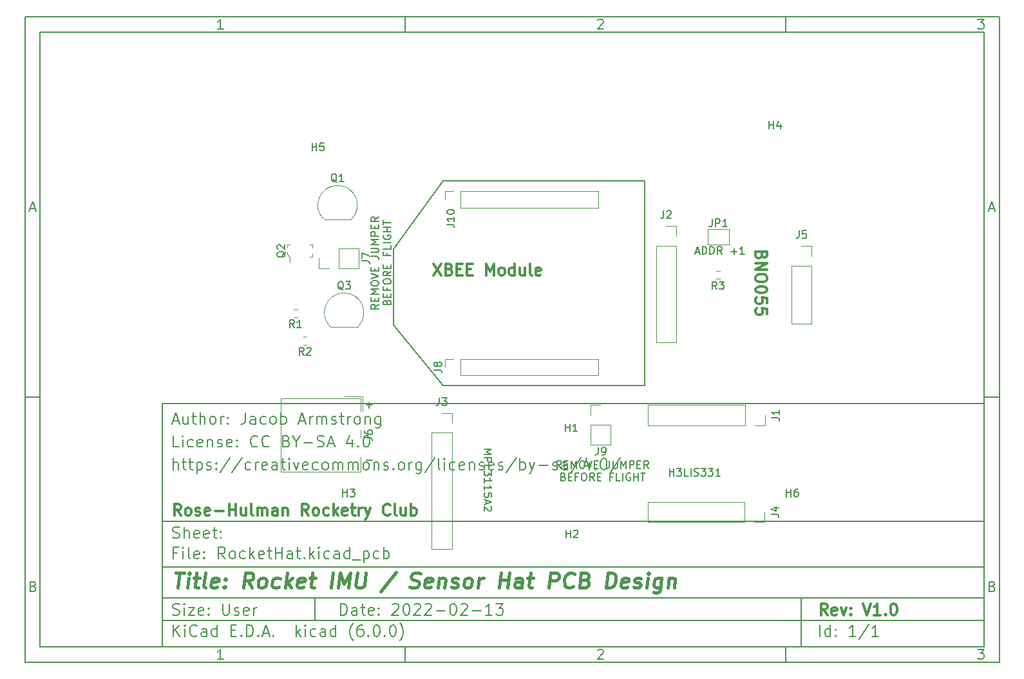
<source format=gbr>
%TF.GenerationSoftware,KiCad,Pcbnew,(6.0.0)*%
%TF.CreationDate,2022-02-21T15:29:33-05:00*%
%TF.ProjectId,RocketHat,526f636b-6574-4486-9174-2e6b69636164,V1.0*%
%TF.SameCoordinates,Original*%
%TF.FileFunction,Legend,Top*%
%TF.FilePolarity,Positive*%
%FSLAX46Y46*%
G04 Gerber Fmt 4.6, Leading zero omitted, Abs format (unit mm)*
G04 Created by KiCad (PCBNEW (6.0.0)) date 2022-02-21 15:29:33*
%MOMM*%
%LPD*%
G01*
G04 APERTURE LIST*
%ADD10C,0.100000*%
%ADD11C,0.150000*%
%ADD12C,0.300000*%
%ADD13C,0.400000*%
%ADD14C,0.120000*%
G04 APERTURE END LIST*
D10*
D11*
X28082000Y-60902000D02*
X28082000Y-92902000D01*
X136082000Y-92902000D01*
X136082000Y-60902000D01*
X28082000Y-60902000D01*
D10*
D11*
X10000000Y-10000000D02*
X10000000Y-94902000D01*
X138082000Y-94902000D01*
X138082000Y-10000000D01*
X10000000Y-10000000D01*
D10*
D11*
X12000000Y-12000000D02*
X12000000Y-92902000D01*
X136082000Y-92902000D01*
X136082000Y-12000000D01*
X12000000Y-12000000D01*
D10*
D11*
X60000000Y-12000000D02*
X60000000Y-10000000D01*
D10*
D11*
X110000000Y-12000000D02*
X110000000Y-10000000D01*
D10*
D11*
X36065476Y-11588095D02*
X35322619Y-11588095D01*
X35694047Y-11588095D02*
X35694047Y-10288095D01*
X35570238Y-10473809D01*
X35446428Y-10597619D01*
X35322619Y-10659523D01*
D10*
D11*
X85322619Y-10411904D02*
X85384523Y-10350000D01*
X85508333Y-10288095D01*
X85817857Y-10288095D01*
X85941666Y-10350000D01*
X86003571Y-10411904D01*
X86065476Y-10535714D01*
X86065476Y-10659523D01*
X86003571Y-10845238D01*
X85260714Y-11588095D01*
X86065476Y-11588095D01*
D10*
D11*
X135260714Y-10288095D02*
X136065476Y-10288095D01*
X135632142Y-10783333D01*
X135817857Y-10783333D01*
X135941666Y-10845238D01*
X136003571Y-10907142D01*
X136065476Y-11030952D01*
X136065476Y-11340476D01*
X136003571Y-11464285D01*
X135941666Y-11526190D01*
X135817857Y-11588095D01*
X135446428Y-11588095D01*
X135322619Y-11526190D01*
X135260714Y-11464285D01*
D10*
D11*
X60000000Y-92902000D02*
X60000000Y-94902000D01*
D10*
D11*
X110000000Y-92902000D02*
X110000000Y-94902000D01*
D10*
D11*
X36065476Y-94490095D02*
X35322619Y-94490095D01*
X35694047Y-94490095D02*
X35694047Y-93190095D01*
X35570238Y-93375809D01*
X35446428Y-93499619D01*
X35322619Y-93561523D01*
D10*
D11*
X85322619Y-93313904D02*
X85384523Y-93252000D01*
X85508333Y-93190095D01*
X85817857Y-93190095D01*
X85941666Y-93252000D01*
X86003571Y-93313904D01*
X86065476Y-93437714D01*
X86065476Y-93561523D01*
X86003571Y-93747238D01*
X85260714Y-94490095D01*
X86065476Y-94490095D01*
D10*
D11*
X135260714Y-93190095D02*
X136065476Y-93190095D01*
X135632142Y-93685333D01*
X135817857Y-93685333D01*
X135941666Y-93747238D01*
X136003571Y-93809142D01*
X136065476Y-93932952D01*
X136065476Y-94242476D01*
X136003571Y-94366285D01*
X135941666Y-94428190D01*
X135817857Y-94490095D01*
X135446428Y-94490095D01*
X135322619Y-94428190D01*
X135260714Y-94366285D01*
D10*
D11*
X10000000Y-60000000D02*
X12000000Y-60000000D01*
D10*
D11*
X10690476Y-35216666D02*
X11309523Y-35216666D01*
X10566666Y-35588095D02*
X11000000Y-34288095D01*
X11433333Y-35588095D01*
D10*
D11*
X11092857Y-84907142D02*
X11278571Y-84969047D01*
X11340476Y-85030952D01*
X11402380Y-85154761D01*
X11402380Y-85340476D01*
X11340476Y-85464285D01*
X11278571Y-85526190D01*
X11154761Y-85588095D01*
X10659523Y-85588095D01*
X10659523Y-84288095D01*
X11092857Y-84288095D01*
X11216666Y-84350000D01*
X11278571Y-84411904D01*
X11340476Y-84535714D01*
X11340476Y-84659523D01*
X11278571Y-84783333D01*
X11216666Y-84845238D01*
X11092857Y-84907142D01*
X10659523Y-84907142D01*
D10*
D11*
X138082000Y-60000000D02*
X136082000Y-60000000D01*
D10*
D11*
X136772476Y-35216666D02*
X137391523Y-35216666D01*
X136648666Y-35588095D02*
X137082000Y-34288095D01*
X137515333Y-35588095D01*
D10*
D11*
X137174857Y-84907142D02*
X137360571Y-84969047D01*
X137422476Y-85030952D01*
X137484380Y-85154761D01*
X137484380Y-85340476D01*
X137422476Y-85464285D01*
X137360571Y-85526190D01*
X137236761Y-85588095D01*
X136741523Y-85588095D01*
X136741523Y-84288095D01*
X137174857Y-84288095D01*
X137298666Y-84350000D01*
X137360571Y-84411904D01*
X137422476Y-84535714D01*
X137422476Y-84659523D01*
X137360571Y-84783333D01*
X137298666Y-84845238D01*
X137174857Y-84907142D01*
X136741523Y-84907142D01*
D10*
D11*
X51514142Y-88680571D02*
X51514142Y-87180571D01*
X51871285Y-87180571D01*
X52085571Y-87252000D01*
X52228428Y-87394857D01*
X52299857Y-87537714D01*
X52371285Y-87823428D01*
X52371285Y-88037714D01*
X52299857Y-88323428D01*
X52228428Y-88466285D01*
X52085571Y-88609142D01*
X51871285Y-88680571D01*
X51514142Y-88680571D01*
X53657000Y-88680571D02*
X53657000Y-87894857D01*
X53585571Y-87752000D01*
X53442714Y-87680571D01*
X53157000Y-87680571D01*
X53014142Y-87752000D01*
X53657000Y-88609142D02*
X53514142Y-88680571D01*
X53157000Y-88680571D01*
X53014142Y-88609142D01*
X52942714Y-88466285D01*
X52942714Y-88323428D01*
X53014142Y-88180571D01*
X53157000Y-88109142D01*
X53514142Y-88109142D01*
X53657000Y-88037714D01*
X54157000Y-87680571D02*
X54728428Y-87680571D01*
X54371285Y-87180571D02*
X54371285Y-88466285D01*
X54442714Y-88609142D01*
X54585571Y-88680571D01*
X54728428Y-88680571D01*
X55799857Y-88609142D02*
X55657000Y-88680571D01*
X55371285Y-88680571D01*
X55228428Y-88609142D01*
X55157000Y-88466285D01*
X55157000Y-87894857D01*
X55228428Y-87752000D01*
X55371285Y-87680571D01*
X55657000Y-87680571D01*
X55799857Y-87752000D01*
X55871285Y-87894857D01*
X55871285Y-88037714D01*
X55157000Y-88180571D01*
X56514142Y-88537714D02*
X56585571Y-88609142D01*
X56514142Y-88680571D01*
X56442714Y-88609142D01*
X56514142Y-88537714D01*
X56514142Y-88680571D01*
X56514142Y-87752000D02*
X56585571Y-87823428D01*
X56514142Y-87894857D01*
X56442714Y-87823428D01*
X56514142Y-87752000D01*
X56514142Y-87894857D01*
X58299857Y-87323428D02*
X58371285Y-87252000D01*
X58514142Y-87180571D01*
X58871285Y-87180571D01*
X59014142Y-87252000D01*
X59085571Y-87323428D01*
X59157000Y-87466285D01*
X59157000Y-87609142D01*
X59085571Y-87823428D01*
X58228428Y-88680571D01*
X59157000Y-88680571D01*
X60085571Y-87180571D02*
X60228428Y-87180571D01*
X60371285Y-87252000D01*
X60442714Y-87323428D01*
X60514142Y-87466285D01*
X60585571Y-87752000D01*
X60585571Y-88109142D01*
X60514142Y-88394857D01*
X60442714Y-88537714D01*
X60371285Y-88609142D01*
X60228428Y-88680571D01*
X60085571Y-88680571D01*
X59942714Y-88609142D01*
X59871285Y-88537714D01*
X59799857Y-88394857D01*
X59728428Y-88109142D01*
X59728428Y-87752000D01*
X59799857Y-87466285D01*
X59871285Y-87323428D01*
X59942714Y-87252000D01*
X60085571Y-87180571D01*
X61157000Y-87323428D02*
X61228428Y-87252000D01*
X61371285Y-87180571D01*
X61728428Y-87180571D01*
X61871285Y-87252000D01*
X61942714Y-87323428D01*
X62014142Y-87466285D01*
X62014142Y-87609142D01*
X61942714Y-87823428D01*
X61085571Y-88680571D01*
X62014142Y-88680571D01*
X62585571Y-87323428D02*
X62657000Y-87252000D01*
X62799857Y-87180571D01*
X63157000Y-87180571D01*
X63299857Y-87252000D01*
X63371285Y-87323428D01*
X63442714Y-87466285D01*
X63442714Y-87609142D01*
X63371285Y-87823428D01*
X62514142Y-88680571D01*
X63442714Y-88680571D01*
X64085571Y-88109142D02*
X65228428Y-88109142D01*
X66228428Y-87180571D02*
X66371285Y-87180571D01*
X66514142Y-87252000D01*
X66585571Y-87323428D01*
X66657000Y-87466285D01*
X66728428Y-87752000D01*
X66728428Y-88109142D01*
X66657000Y-88394857D01*
X66585571Y-88537714D01*
X66514142Y-88609142D01*
X66371285Y-88680571D01*
X66228428Y-88680571D01*
X66085571Y-88609142D01*
X66014142Y-88537714D01*
X65942714Y-88394857D01*
X65871285Y-88109142D01*
X65871285Y-87752000D01*
X65942714Y-87466285D01*
X66014142Y-87323428D01*
X66085571Y-87252000D01*
X66228428Y-87180571D01*
X67299857Y-87323428D02*
X67371285Y-87252000D01*
X67514142Y-87180571D01*
X67871285Y-87180571D01*
X68014142Y-87252000D01*
X68085571Y-87323428D01*
X68157000Y-87466285D01*
X68157000Y-87609142D01*
X68085571Y-87823428D01*
X67228428Y-88680571D01*
X68157000Y-88680571D01*
X68799857Y-88109142D02*
X69942714Y-88109142D01*
X71442714Y-88680571D02*
X70585571Y-88680571D01*
X71014142Y-88680571D02*
X71014142Y-87180571D01*
X70871285Y-87394857D01*
X70728428Y-87537714D01*
X70585571Y-87609142D01*
X71942714Y-87180571D02*
X72871285Y-87180571D01*
X72371285Y-87752000D01*
X72585571Y-87752000D01*
X72728428Y-87823428D01*
X72799857Y-87894857D01*
X72871285Y-88037714D01*
X72871285Y-88394857D01*
X72799857Y-88537714D01*
X72728428Y-88609142D01*
X72585571Y-88680571D01*
X72157000Y-88680571D01*
X72014142Y-88609142D01*
X71942714Y-88537714D01*
D10*
D11*
X28082000Y-89402000D02*
X136082000Y-89402000D01*
D10*
D11*
X29514142Y-91480571D02*
X29514142Y-89980571D01*
X30371285Y-91480571D02*
X29728428Y-90623428D01*
X30371285Y-89980571D02*
X29514142Y-90837714D01*
X31014142Y-91480571D02*
X31014142Y-90480571D01*
X31014142Y-89980571D02*
X30942714Y-90052000D01*
X31014142Y-90123428D01*
X31085571Y-90052000D01*
X31014142Y-89980571D01*
X31014142Y-90123428D01*
X32585571Y-91337714D02*
X32514142Y-91409142D01*
X32299857Y-91480571D01*
X32157000Y-91480571D01*
X31942714Y-91409142D01*
X31799857Y-91266285D01*
X31728428Y-91123428D01*
X31657000Y-90837714D01*
X31657000Y-90623428D01*
X31728428Y-90337714D01*
X31799857Y-90194857D01*
X31942714Y-90052000D01*
X32157000Y-89980571D01*
X32299857Y-89980571D01*
X32514142Y-90052000D01*
X32585571Y-90123428D01*
X33871285Y-91480571D02*
X33871285Y-90694857D01*
X33799857Y-90552000D01*
X33657000Y-90480571D01*
X33371285Y-90480571D01*
X33228428Y-90552000D01*
X33871285Y-91409142D02*
X33728428Y-91480571D01*
X33371285Y-91480571D01*
X33228428Y-91409142D01*
X33157000Y-91266285D01*
X33157000Y-91123428D01*
X33228428Y-90980571D01*
X33371285Y-90909142D01*
X33728428Y-90909142D01*
X33871285Y-90837714D01*
X35228428Y-91480571D02*
X35228428Y-89980571D01*
X35228428Y-91409142D02*
X35085571Y-91480571D01*
X34799857Y-91480571D01*
X34657000Y-91409142D01*
X34585571Y-91337714D01*
X34514142Y-91194857D01*
X34514142Y-90766285D01*
X34585571Y-90623428D01*
X34657000Y-90552000D01*
X34799857Y-90480571D01*
X35085571Y-90480571D01*
X35228428Y-90552000D01*
X37085571Y-90694857D02*
X37585571Y-90694857D01*
X37799857Y-91480571D02*
X37085571Y-91480571D01*
X37085571Y-89980571D01*
X37799857Y-89980571D01*
X38442714Y-91337714D02*
X38514142Y-91409142D01*
X38442714Y-91480571D01*
X38371285Y-91409142D01*
X38442714Y-91337714D01*
X38442714Y-91480571D01*
X39157000Y-91480571D02*
X39157000Y-89980571D01*
X39514142Y-89980571D01*
X39728428Y-90052000D01*
X39871285Y-90194857D01*
X39942714Y-90337714D01*
X40014142Y-90623428D01*
X40014142Y-90837714D01*
X39942714Y-91123428D01*
X39871285Y-91266285D01*
X39728428Y-91409142D01*
X39514142Y-91480571D01*
X39157000Y-91480571D01*
X40657000Y-91337714D02*
X40728428Y-91409142D01*
X40657000Y-91480571D01*
X40585571Y-91409142D01*
X40657000Y-91337714D01*
X40657000Y-91480571D01*
X41299857Y-91052000D02*
X42014142Y-91052000D01*
X41157000Y-91480571D02*
X41657000Y-89980571D01*
X42157000Y-91480571D01*
X42657000Y-91337714D02*
X42728428Y-91409142D01*
X42657000Y-91480571D01*
X42585571Y-91409142D01*
X42657000Y-91337714D01*
X42657000Y-91480571D01*
X45657000Y-91480571D02*
X45657000Y-89980571D01*
X45799857Y-90909142D02*
X46228428Y-91480571D01*
X46228428Y-90480571D02*
X45657000Y-91052000D01*
X46871285Y-91480571D02*
X46871285Y-90480571D01*
X46871285Y-89980571D02*
X46799857Y-90052000D01*
X46871285Y-90123428D01*
X46942714Y-90052000D01*
X46871285Y-89980571D01*
X46871285Y-90123428D01*
X48228428Y-91409142D02*
X48085571Y-91480571D01*
X47799857Y-91480571D01*
X47657000Y-91409142D01*
X47585571Y-91337714D01*
X47514142Y-91194857D01*
X47514142Y-90766285D01*
X47585571Y-90623428D01*
X47657000Y-90552000D01*
X47799857Y-90480571D01*
X48085571Y-90480571D01*
X48228428Y-90552000D01*
X49514142Y-91480571D02*
X49514142Y-90694857D01*
X49442714Y-90552000D01*
X49299857Y-90480571D01*
X49014142Y-90480571D01*
X48871285Y-90552000D01*
X49514142Y-91409142D02*
X49371285Y-91480571D01*
X49014142Y-91480571D01*
X48871285Y-91409142D01*
X48799857Y-91266285D01*
X48799857Y-91123428D01*
X48871285Y-90980571D01*
X49014142Y-90909142D01*
X49371285Y-90909142D01*
X49514142Y-90837714D01*
X50871285Y-91480571D02*
X50871285Y-89980571D01*
X50871285Y-91409142D02*
X50728428Y-91480571D01*
X50442714Y-91480571D01*
X50299857Y-91409142D01*
X50228428Y-91337714D01*
X50157000Y-91194857D01*
X50157000Y-90766285D01*
X50228428Y-90623428D01*
X50299857Y-90552000D01*
X50442714Y-90480571D01*
X50728428Y-90480571D01*
X50871285Y-90552000D01*
X53157000Y-92052000D02*
X53085571Y-91980571D01*
X52942714Y-91766285D01*
X52871285Y-91623428D01*
X52799857Y-91409142D01*
X52728428Y-91052000D01*
X52728428Y-90766285D01*
X52799857Y-90409142D01*
X52871285Y-90194857D01*
X52942714Y-90052000D01*
X53085571Y-89837714D01*
X53157000Y-89766285D01*
X54371285Y-89980571D02*
X54085571Y-89980571D01*
X53942714Y-90052000D01*
X53871285Y-90123428D01*
X53728428Y-90337714D01*
X53657000Y-90623428D01*
X53657000Y-91194857D01*
X53728428Y-91337714D01*
X53799857Y-91409142D01*
X53942714Y-91480571D01*
X54228428Y-91480571D01*
X54371285Y-91409142D01*
X54442714Y-91337714D01*
X54514142Y-91194857D01*
X54514142Y-90837714D01*
X54442714Y-90694857D01*
X54371285Y-90623428D01*
X54228428Y-90552000D01*
X53942714Y-90552000D01*
X53799857Y-90623428D01*
X53728428Y-90694857D01*
X53657000Y-90837714D01*
X55157000Y-91337714D02*
X55228428Y-91409142D01*
X55157000Y-91480571D01*
X55085571Y-91409142D01*
X55157000Y-91337714D01*
X55157000Y-91480571D01*
X56157000Y-89980571D02*
X56299857Y-89980571D01*
X56442714Y-90052000D01*
X56514142Y-90123428D01*
X56585571Y-90266285D01*
X56657000Y-90552000D01*
X56657000Y-90909142D01*
X56585571Y-91194857D01*
X56514142Y-91337714D01*
X56442714Y-91409142D01*
X56299857Y-91480571D01*
X56157000Y-91480571D01*
X56014142Y-91409142D01*
X55942714Y-91337714D01*
X55871285Y-91194857D01*
X55799857Y-90909142D01*
X55799857Y-90552000D01*
X55871285Y-90266285D01*
X55942714Y-90123428D01*
X56014142Y-90052000D01*
X56157000Y-89980571D01*
X57299857Y-91337714D02*
X57371285Y-91409142D01*
X57299857Y-91480571D01*
X57228428Y-91409142D01*
X57299857Y-91337714D01*
X57299857Y-91480571D01*
X58299857Y-89980571D02*
X58442714Y-89980571D01*
X58585571Y-90052000D01*
X58657000Y-90123428D01*
X58728428Y-90266285D01*
X58799857Y-90552000D01*
X58799857Y-90909142D01*
X58728428Y-91194857D01*
X58657000Y-91337714D01*
X58585571Y-91409142D01*
X58442714Y-91480571D01*
X58299857Y-91480571D01*
X58157000Y-91409142D01*
X58085571Y-91337714D01*
X58014142Y-91194857D01*
X57942714Y-90909142D01*
X57942714Y-90552000D01*
X58014142Y-90266285D01*
X58085571Y-90123428D01*
X58157000Y-90052000D01*
X58299857Y-89980571D01*
X59299857Y-92052000D02*
X59371285Y-91980571D01*
X59514142Y-91766285D01*
X59585571Y-91623428D01*
X59657000Y-91409142D01*
X59728428Y-91052000D01*
X59728428Y-90766285D01*
X59657000Y-90409142D01*
X59585571Y-90194857D01*
X59514142Y-90052000D01*
X59371285Y-89837714D01*
X59299857Y-89766285D01*
D10*
D11*
X28082000Y-86402000D02*
X136082000Y-86402000D01*
D10*
D12*
X115491285Y-88680571D02*
X114991285Y-87966285D01*
X114634142Y-88680571D02*
X114634142Y-87180571D01*
X115205571Y-87180571D01*
X115348428Y-87252000D01*
X115419857Y-87323428D01*
X115491285Y-87466285D01*
X115491285Y-87680571D01*
X115419857Y-87823428D01*
X115348428Y-87894857D01*
X115205571Y-87966285D01*
X114634142Y-87966285D01*
X116705571Y-88609142D02*
X116562714Y-88680571D01*
X116277000Y-88680571D01*
X116134142Y-88609142D01*
X116062714Y-88466285D01*
X116062714Y-87894857D01*
X116134142Y-87752000D01*
X116277000Y-87680571D01*
X116562714Y-87680571D01*
X116705571Y-87752000D01*
X116777000Y-87894857D01*
X116777000Y-88037714D01*
X116062714Y-88180571D01*
X117277000Y-87680571D02*
X117634142Y-88680571D01*
X117991285Y-87680571D01*
X118562714Y-88537714D02*
X118634142Y-88609142D01*
X118562714Y-88680571D01*
X118491285Y-88609142D01*
X118562714Y-88537714D01*
X118562714Y-88680571D01*
X118562714Y-87752000D02*
X118634142Y-87823428D01*
X118562714Y-87894857D01*
X118491285Y-87823428D01*
X118562714Y-87752000D01*
X118562714Y-87894857D01*
X120205571Y-87180571D02*
X120705571Y-88680571D01*
X121205571Y-87180571D01*
X122491285Y-88680571D02*
X121634142Y-88680571D01*
X122062714Y-88680571D02*
X122062714Y-87180571D01*
X121919857Y-87394857D01*
X121777000Y-87537714D01*
X121634142Y-87609142D01*
X123134142Y-88537714D02*
X123205571Y-88609142D01*
X123134142Y-88680571D01*
X123062714Y-88609142D01*
X123134142Y-88537714D01*
X123134142Y-88680571D01*
X124134142Y-87180571D02*
X124277000Y-87180571D01*
X124419857Y-87252000D01*
X124491285Y-87323428D01*
X124562714Y-87466285D01*
X124634142Y-87752000D01*
X124634142Y-88109142D01*
X124562714Y-88394857D01*
X124491285Y-88537714D01*
X124419857Y-88609142D01*
X124277000Y-88680571D01*
X124134142Y-88680571D01*
X123991285Y-88609142D01*
X123919857Y-88537714D01*
X123848428Y-88394857D01*
X123777000Y-88109142D01*
X123777000Y-87752000D01*
X123848428Y-87466285D01*
X123919857Y-87323428D01*
X123991285Y-87252000D01*
X124134142Y-87180571D01*
D10*
D11*
X29442714Y-88609142D02*
X29657000Y-88680571D01*
X30014142Y-88680571D01*
X30157000Y-88609142D01*
X30228428Y-88537714D01*
X30299857Y-88394857D01*
X30299857Y-88252000D01*
X30228428Y-88109142D01*
X30157000Y-88037714D01*
X30014142Y-87966285D01*
X29728428Y-87894857D01*
X29585571Y-87823428D01*
X29514142Y-87752000D01*
X29442714Y-87609142D01*
X29442714Y-87466285D01*
X29514142Y-87323428D01*
X29585571Y-87252000D01*
X29728428Y-87180571D01*
X30085571Y-87180571D01*
X30299857Y-87252000D01*
X30942714Y-88680571D02*
X30942714Y-87680571D01*
X30942714Y-87180571D02*
X30871285Y-87252000D01*
X30942714Y-87323428D01*
X31014142Y-87252000D01*
X30942714Y-87180571D01*
X30942714Y-87323428D01*
X31514142Y-87680571D02*
X32299857Y-87680571D01*
X31514142Y-88680571D01*
X32299857Y-88680571D01*
X33442714Y-88609142D02*
X33299857Y-88680571D01*
X33014142Y-88680571D01*
X32871285Y-88609142D01*
X32799857Y-88466285D01*
X32799857Y-87894857D01*
X32871285Y-87752000D01*
X33014142Y-87680571D01*
X33299857Y-87680571D01*
X33442714Y-87752000D01*
X33514142Y-87894857D01*
X33514142Y-88037714D01*
X32799857Y-88180571D01*
X34157000Y-88537714D02*
X34228428Y-88609142D01*
X34157000Y-88680571D01*
X34085571Y-88609142D01*
X34157000Y-88537714D01*
X34157000Y-88680571D01*
X34157000Y-87752000D02*
X34228428Y-87823428D01*
X34157000Y-87894857D01*
X34085571Y-87823428D01*
X34157000Y-87752000D01*
X34157000Y-87894857D01*
X36014142Y-87180571D02*
X36014142Y-88394857D01*
X36085571Y-88537714D01*
X36157000Y-88609142D01*
X36299857Y-88680571D01*
X36585571Y-88680571D01*
X36728428Y-88609142D01*
X36799857Y-88537714D01*
X36871285Y-88394857D01*
X36871285Y-87180571D01*
X37514142Y-88609142D02*
X37657000Y-88680571D01*
X37942714Y-88680571D01*
X38085571Y-88609142D01*
X38157000Y-88466285D01*
X38157000Y-88394857D01*
X38085571Y-88252000D01*
X37942714Y-88180571D01*
X37728428Y-88180571D01*
X37585571Y-88109142D01*
X37514142Y-87966285D01*
X37514142Y-87894857D01*
X37585571Y-87752000D01*
X37728428Y-87680571D01*
X37942714Y-87680571D01*
X38085571Y-87752000D01*
X39371285Y-88609142D02*
X39228428Y-88680571D01*
X38942714Y-88680571D01*
X38799857Y-88609142D01*
X38728428Y-88466285D01*
X38728428Y-87894857D01*
X38799857Y-87752000D01*
X38942714Y-87680571D01*
X39228428Y-87680571D01*
X39371285Y-87752000D01*
X39442714Y-87894857D01*
X39442714Y-88037714D01*
X38728428Y-88180571D01*
X40085571Y-88680571D02*
X40085571Y-87680571D01*
X40085571Y-87966285D02*
X40157000Y-87823428D01*
X40228428Y-87752000D01*
X40371285Y-87680571D01*
X40514142Y-87680571D01*
D10*
D11*
X114514142Y-91480571D02*
X114514142Y-89980571D01*
X115871285Y-91480571D02*
X115871285Y-89980571D01*
X115871285Y-91409142D02*
X115728428Y-91480571D01*
X115442714Y-91480571D01*
X115299857Y-91409142D01*
X115228428Y-91337714D01*
X115157000Y-91194857D01*
X115157000Y-90766285D01*
X115228428Y-90623428D01*
X115299857Y-90552000D01*
X115442714Y-90480571D01*
X115728428Y-90480571D01*
X115871285Y-90552000D01*
X116585571Y-91337714D02*
X116657000Y-91409142D01*
X116585571Y-91480571D01*
X116514142Y-91409142D01*
X116585571Y-91337714D01*
X116585571Y-91480571D01*
X116585571Y-90552000D02*
X116657000Y-90623428D01*
X116585571Y-90694857D01*
X116514142Y-90623428D01*
X116585571Y-90552000D01*
X116585571Y-90694857D01*
X119228428Y-91480571D02*
X118371285Y-91480571D01*
X118799857Y-91480571D02*
X118799857Y-89980571D01*
X118657000Y-90194857D01*
X118514142Y-90337714D01*
X118371285Y-90409142D01*
X120942714Y-89909142D02*
X119657000Y-91837714D01*
X122228428Y-91480571D02*
X121371285Y-91480571D01*
X121799857Y-91480571D02*
X121799857Y-89980571D01*
X121657000Y-90194857D01*
X121514142Y-90337714D01*
X121371285Y-90409142D01*
D10*
D11*
X28082000Y-82402000D02*
X136082000Y-82402000D01*
D10*
D13*
X29794380Y-83106761D02*
X30937238Y-83106761D01*
X30115809Y-85106761D02*
X30365809Y-83106761D01*
X31353904Y-85106761D02*
X31520571Y-83773428D01*
X31603904Y-83106761D02*
X31496761Y-83202000D01*
X31580095Y-83297238D01*
X31687238Y-83202000D01*
X31603904Y-83106761D01*
X31580095Y-83297238D01*
X32187238Y-83773428D02*
X32949142Y-83773428D01*
X32556285Y-83106761D02*
X32342000Y-84821047D01*
X32413428Y-85011523D01*
X32592000Y-85106761D01*
X32782476Y-85106761D01*
X33734857Y-85106761D02*
X33556285Y-85011523D01*
X33484857Y-84821047D01*
X33699142Y-83106761D01*
X35270571Y-85011523D02*
X35068190Y-85106761D01*
X34687238Y-85106761D01*
X34508666Y-85011523D01*
X34437238Y-84821047D01*
X34532476Y-84059142D01*
X34651523Y-83868666D01*
X34853904Y-83773428D01*
X35234857Y-83773428D01*
X35413428Y-83868666D01*
X35484857Y-84059142D01*
X35461047Y-84249619D01*
X34484857Y-84440095D01*
X36234857Y-84916285D02*
X36318190Y-85011523D01*
X36211047Y-85106761D01*
X36127714Y-85011523D01*
X36234857Y-84916285D01*
X36211047Y-85106761D01*
X36365809Y-83868666D02*
X36449142Y-83963904D01*
X36342000Y-84059142D01*
X36258666Y-83963904D01*
X36365809Y-83868666D01*
X36342000Y-84059142D01*
X39830095Y-85106761D02*
X39282476Y-84154380D01*
X38687238Y-85106761D02*
X38937238Y-83106761D01*
X39699142Y-83106761D01*
X39877714Y-83202000D01*
X39961047Y-83297238D01*
X40032476Y-83487714D01*
X39996761Y-83773428D01*
X39877714Y-83963904D01*
X39770571Y-84059142D01*
X39568190Y-84154380D01*
X38806285Y-84154380D01*
X40972952Y-85106761D02*
X40794380Y-85011523D01*
X40711047Y-84916285D01*
X40639619Y-84725809D01*
X40711047Y-84154380D01*
X40830095Y-83963904D01*
X40937238Y-83868666D01*
X41139619Y-83773428D01*
X41425333Y-83773428D01*
X41603904Y-83868666D01*
X41687238Y-83963904D01*
X41758666Y-84154380D01*
X41687238Y-84725809D01*
X41568190Y-84916285D01*
X41461047Y-85011523D01*
X41258666Y-85106761D01*
X40972952Y-85106761D01*
X43365809Y-85011523D02*
X43163428Y-85106761D01*
X42782476Y-85106761D01*
X42603904Y-85011523D01*
X42520571Y-84916285D01*
X42449142Y-84725809D01*
X42520571Y-84154380D01*
X42639619Y-83963904D01*
X42746761Y-83868666D01*
X42949142Y-83773428D01*
X43330095Y-83773428D01*
X43508666Y-83868666D01*
X44211047Y-85106761D02*
X44461047Y-83106761D01*
X44496761Y-84344857D02*
X44972952Y-85106761D01*
X45139619Y-83773428D02*
X44282476Y-84535333D01*
X46603904Y-85011523D02*
X46401523Y-85106761D01*
X46020571Y-85106761D01*
X45842000Y-85011523D01*
X45770571Y-84821047D01*
X45865809Y-84059142D01*
X45984857Y-83868666D01*
X46187238Y-83773428D01*
X46568190Y-83773428D01*
X46746761Y-83868666D01*
X46818190Y-84059142D01*
X46794380Y-84249619D01*
X45818190Y-84440095D01*
X47425333Y-83773428D02*
X48187238Y-83773428D01*
X47794380Y-83106761D02*
X47580095Y-84821047D01*
X47651523Y-85011523D01*
X47830095Y-85106761D01*
X48020571Y-85106761D01*
X50211047Y-85106761D02*
X50461047Y-83106761D01*
X51163428Y-85106761D02*
X51413428Y-83106761D01*
X51901523Y-84535333D01*
X52746761Y-83106761D01*
X52496761Y-85106761D01*
X53699142Y-83106761D02*
X53496761Y-84725809D01*
X53568190Y-84916285D01*
X53651523Y-85011523D01*
X53830095Y-85106761D01*
X54211047Y-85106761D01*
X54413428Y-85011523D01*
X54520571Y-84916285D01*
X54639619Y-84725809D01*
X54841999Y-83106761D01*
X58758666Y-83011523D02*
X56722952Y-85582952D01*
X60603904Y-85011523D02*
X60877714Y-85106761D01*
X61353904Y-85106761D01*
X61556285Y-85011523D01*
X61663428Y-84916285D01*
X61782476Y-84725809D01*
X61806285Y-84535333D01*
X61734857Y-84344857D01*
X61651523Y-84249619D01*
X61472952Y-84154380D01*
X61103904Y-84059142D01*
X60925333Y-83963904D01*
X60841999Y-83868666D01*
X60770571Y-83678190D01*
X60794380Y-83487714D01*
X60913428Y-83297238D01*
X61020571Y-83202000D01*
X61222952Y-83106761D01*
X61699142Y-83106761D01*
X61972952Y-83202000D01*
X63365809Y-85011523D02*
X63163428Y-85106761D01*
X62782476Y-85106761D01*
X62603904Y-85011523D01*
X62532476Y-84821047D01*
X62627714Y-84059142D01*
X62746761Y-83868666D01*
X62949142Y-83773428D01*
X63330095Y-83773428D01*
X63508666Y-83868666D01*
X63580095Y-84059142D01*
X63556285Y-84249619D01*
X62580095Y-84440095D01*
X64472952Y-83773428D02*
X64306285Y-85106761D01*
X64449142Y-83963904D02*
X64556285Y-83868666D01*
X64758666Y-83773428D01*
X65044380Y-83773428D01*
X65222952Y-83868666D01*
X65294380Y-84059142D01*
X65163428Y-85106761D01*
X66032476Y-85011523D02*
X66211047Y-85106761D01*
X66591999Y-85106761D01*
X66794380Y-85011523D01*
X66913428Y-84821047D01*
X66925333Y-84725809D01*
X66853904Y-84535333D01*
X66675333Y-84440095D01*
X66389619Y-84440095D01*
X66211047Y-84344857D01*
X66139619Y-84154380D01*
X66151523Y-84059142D01*
X66270571Y-83868666D01*
X66472952Y-83773428D01*
X66758666Y-83773428D01*
X66937238Y-83868666D01*
X68020571Y-85106761D02*
X67841999Y-85011523D01*
X67758666Y-84916285D01*
X67687238Y-84725809D01*
X67758666Y-84154380D01*
X67877714Y-83963904D01*
X67984857Y-83868666D01*
X68187238Y-83773428D01*
X68472952Y-83773428D01*
X68651523Y-83868666D01*
X68734857Y-83963904D01*
X68806285Y-84154380D01*
X68734857Y-84725809D01*
X68615809Y-84916285D01*
X68508666Y-85011523D01*
X68306285Y-85106761D01*
X68020571Y-85106761D01*
X69544380Y-85106761D02*
X69711047Y-83773428D01*
X69663428Y-84154380D02*
X69782476Y-83963904D01*
X69889619Y-83868666D01*
X70091999Y-83773428D01*
X70282476Y-83773428D01*
X72306285Y-85106761D02*
X72556285Y-83106761D01*
X72437238Y-84059142D02*
X73580095Y-84059142D01*
X73449142Y-85106761D02*
X73699142Y-83106761D01*
X75258666Y-85106761D02*
X75389619Y-84059142D01*
X75318190Y-83868666D01*
X75139619Y-83773428D01*
X74758666Y-83773428D01*
X74556285Y-83868666D01*
X75270571Y-85011523D02*
X75068190Y-85106761D01*
X74591999Y-85106761D01*
X74413428Y-85011523D01*
X74341999Y-84821047D01*
X74365809Y-84630571D01*
X74484857Y-84440095D01*
X74687238Y-84344857D01*
X75163428Y-84344857D01*
X75365809Y-84249619D01*
X76091999Y-83773428D02*
X76853904Y-83773428D01*
X76461047Y-83106761D02*
X76246761Y-84821047D01*
X76318190Y-85011523D01*
X76496761Y-85106761D01*
X76687238Y-85106761D01*
X78877714Y-85106761D02*
X79127714Y-83106761D01*
X79889619Y-83106761D01*
X80068190Y-83202000D01*
X80151523Y-83297238D01*
X80222952Y-83487714D01*
X80187238Y-83773428D01*
X80068190Y-83963904D01*
X79961047Y-84059142D01*
X79758666Y-84154380D01*
X78996761Y-84154380D01*
X82044380Y-84916285D02*
X81937238Y-85011523D01*
X81639619Y-85106761D01*
X81449142Y-85106761D01*
X81175333Y-85011523D01*
X81008666Y-84821047D01*
X80937238Y-84630571D01*
X80889619Y-84249619D01*
X80925333Y-83963904D01*
X81068190Y-83582952D01*
X81187238Y-83392476D01*
X81401523Y-83202000D01*
X81699142Y-83106761D01*
X81889619Y-83106761D01*
X82163428Y-83202000D01*
X82246761Y-83297238D01*
X83675333Y-84059142D02*
X83949142Y-84154380D01*
X84032476Y-84249619D01*
X84103904Y-84440095D01*
X84068190Y-84725809D01*
X83949142Y-84916285D01*
X83841999Y-85011523D01*
X83639619Y-85106761D01*
X82877714Y-85106761D01*
X83127714Y-83106761D01*
X83794380Y-83106761D01*
X83972952Y-83202000D01*
X84056285Y-83297238D01*
X84127714Y-83487714D01*
X84103904Y-83678190D01*
X83984857Y-83868666D01*
X83877714Y-83963904D01*
X83675333Y-84059142D01*
X83008666Y-84059142D01*
X86401523Y-85106761D02*
X86651523Y-83106761D01*
X87127714Y-83106761D01*
X87401523Y-83202000D01*
X87568190Y-83392476D01*
X87639619Y-83582952D01*
X87687238Y-83963904D01*
X87651523Y-84249619D01*
X87508666Y-84630571D01*
X87389619Y-84821047D01*
X87175333Y-85011523D01*
X86877714Y-85106761D01*
X86401523Y-85106761D01*
X89175333Y-85011523D02*
X88972952Y-85106761D01*
X88591999Y-85106761D01*
X88413428Y-85011523D01*
X88341999Y-84821047D01*
X88437238Y-84059142D01*
X88556285Y-83868666D01*
X88758666Y-83773428D01*
X89139619Y-83773428D01*
X89318190Y-83868666D01*
X89389619Y-84059142D01*
X89365809Y-84249619D01*
X88389619Y-84440095D01*
X90032476Y-85011523D02*
X90211047Y-85106761D01*
X90591999Y-85106761D01*
X90794380Y-85011523D01*
X90913428Y-84821047D01*
X90925333Y-84725809D01*
X90853904Y-84535333D01*
X90675333Y-84440095D01*
X90389619Y-84440095D01*
X90211047Y-84344857D01*
X90139619Y-84154380D01*
X90151523Y-84059142D01*
X90270571Y-83868666D01*
X90472952Y-83773428D01*
X90758666Y-83773428D01*
X90937238Y-83868666D01*
X91734857Y-85106761D02*
X91901523Y-83773428D01*
X91984857Y-83106761D02*
X91877714Y-83202000D01*
X91961047Y-83297238D01*
X92068190Y-83202000D01*
X91984857Y-83106761D01*
X91961047Y-83297238D01*
X93711047Y-83773428D02*
X93508666Y-85392476D01*
X93389619Y-85582952D01*
X93282476Y-85678190D01*
X93080095Y-85773428D01*
X92794380Y-85773428D01*
X92615809Y-85678190D01*
X93556285Y-85011523D02*
X93353904Y-85106761D01*
X92972952Y-85106761D01*
X92794380Y-85011523D01*
X92711047Y-84916285D01*
X92639619Y-84725809D01*
X92711047Y-84154380D01*
X92830095Y-83963904D01*
X92937238Y-83868666D01*
X93139619Y-83773428D01*
X93520571Y-83773428D01*
X93699142Y-83868666D01*
X94663428Y-83773428D02*
X94496761Y-85106761D01*
X94639619Y-83963904D02*
X94746761Y-83868666D01*
X94949142Y-83773428D01*
X95234857Y-83773428D01*
X95413428Y-83868666D01*
X95484857Y-84059142D01*
X95353904Y-85106761D01*
D10*
D11*
X30014142Y-80494857D02*
X29514142Y-80494857D01*
X29514142Y-81280571D02*
X29514142Y-79780571D01*
X30228428Y-79780571D01*
X30799857Y-81280571D02*
X30799857Y-80280571D01*
X30799857Y-79780571D02*
X30728428Y-79852000D01*
X30799857Y-79923428D01*
X30871285Y-79852000D01*
X30799857Y-79780571D01*
X30799857Y-79923428D01*
X31728428Y-81280571D02*
X31585571Y-81209142D01*
X31514142Y-81066285D01*
X31514142Y-79780571D01*
X32871285Y-81209142D02*
X32728428Y-81280571D01*
X32442714Y-81280571D01*
X32299857Y-81209142D01*
X32228428Y-81066285D01*
X32228428Y-80494857D01*
X32299857Y-80352000D01*
X32442714Y-80280571D01*
X32728428Y-80280571D01*
X32871285Y-80352000D01*
X32942714Y-80494857D01*
X32942714Y-80637714D01*
X32228428Y-80780571D01*
X33585571Y-81137714D02*
X33657000Y-81209142D01*
X33585571Y-81280571D01*
X33514142Y-81209142D01*
X33585571Y-81137714D01*
X33585571Y-81280571D01*
X33585571Y-80352000D02*
X33657000Y-80423428D01*
X33585571Y-80494857D01*
X33514142Y-80423428D01*
X33585571Y-80352000D01*
X33585571Y-80494857D01*
X36299857Y-81280571D02*
X35799857Y-80566285D01*
X35442714Y-81280571D02*
X35442714Y-79780571D01*
X36014142Y-79780571D01*
X36157000Y-79852000D01*
X36228428Y-79923428D01*
X36299857Y-80066285D01*
X36299857Y-80280571D01*
X36228428Y-80423428D01*
X36157000Y-80494857D01*
X36014142Y-80566285D01*
X35442714Y-80566285D01*
X37157000Y-81280571D02*
X37014142Y-81209142D01*
X36942714Y-81137714D01*
X36871285Y-80994857D01*
X36871285Y-80566285D01*
X36942714Y-80423428D01*
X37014142Y-80352000D01*
X37157000Y-80280571D01*
X37371285Y-80280571D01*
X37514142Y-80352000D01*
X37585571Y-80423428D01*
X37657000Y-80566285D01*
X37657000Y-80994857D01*
X37585571Y-81137714D01*
X37514142Y-81209142D01*
X37371285Y-81280571D01*
X37157000Y-81280571D01*
X38942714Y-81209142D02*
X38799857Y-81280571D01*
X38514142Y-81280571D01*
X38371285Y-81209142D01*
X38299857Y-81137714D01*
X38228428Y-80994857D01*
X38228428Y-80566285D01*
X38299857Y-80423428D01*
X38371285Y-80352000D01*
X38514142Y-80280571D01*
X38799857Y-80280571D01*
X38942714Y-80352000D01*
X39585571Y-81280571D02*
X39585571Y-79780571D01*
X39728428Y-80709142D02*
X40157000Y-81280571D01*
X40157000Y-80280571D02*
X39585571Y-80852000D01*
X41371285Y-81209142D02*
X41228428Y-81280571D01*
X40942714Y-81280571D01*
X40799857Y-81209142D01*
X40728428Y-81066285D01*
X40728428Y-80494857D01*
X40799857Y-80352000D01*
X40942714Y-80280571D01*
X41228428Y-80280571D01*
X41371285Y-80352000D01*
X41442714Y-80494857D01*
X41442714Y-80637714D01*
X40728428Y-80780571D01*
X41871285Y-80280571D02*
X42442714Y-80280571D01*
X42085571Y-79780571D02*
X42085571Y-81066285D01*
X42157000Y-81209142D01*
X42299857Y-81280571D01*
X42442714Y-81280571D01*
X42942714Y-81280571D02*
X42942714Y-79780571D01*
X42942714Y-80494857D02*
X43799857Y-80494857D01*
X43799857Y-81280571D02*
X43799857Y-79780571D01*
X45157000Y-81280571D02*
X45157000Y-80494857D01*
X45085571Y-80352000D01*
X44942714Y-80280571D01*
X44657000Y-80280571D01*
X44514142Y-80352000D01*
X45157000Y-81209142D02*
X45014142Y-81280571D01*
X44657000Y-81280571D01*
X44514142Y-81209142D01*
X44442714Y-81066285D01*
X44442714Y-80923428D01*
X44514142Y-80780571D01*
X44657000Y-80709142D01*
X45014142Y-80709142D01*
X45157000Y-80637714D01*
X45657000Y-80280571D02*
X46228428Y-80280571D01*
X45871285Y-79780571D02*
X45871285Y-81066285D01*
X45942714Y-81209142D01*
X46085571Y-81280571D01*
X46228428Y-81280571D01*
X46728428Y-81137714D02*
X46799857Y-81209142D01*
X46728428Y-81280571D01*
X46657000Y-81209142D01*
X46728428Y-81137714D01*
X46728428Y-81280571D01*
X47442714Y-81280571D02*
X47442714Y-79780571D01*
X47585571Y-80709142D02*
X48014142Y-81280571D01*
X48014142Y-80280571D02*
X47442714Y-80852000D01*
X48657000Y-81280571D02*
X48657000Y-80280571D01*
X48657000Y-79780571D02*
X48585571Y-79852000D01*
X48657000Y-79923428D01*
X48728428Y-79852000D01*
X48657000Y-79780571D01*
X48657000Y-79923428D01*
X50014142Y-81209142D02*
X49871285Y-81280571D01*
X49585571Y-81280571D01*
X49442714Y-81209142D01*
X49371285Y-81137714D01*
X49299857Y-80994857D01*
X49299857Y-80566285D01*
X49371285Y-80423428D01*
X49442714Y-80352000D01*
X49585571Y-80280571D01*
X49871285Y-80280571D01*
X50014142Y-80352000D01*
X51299857Y-81280571D02*
X51299857Y-80494857D01*
X51228428Y-80352000D01*
X51085571Y-80280571D01*
X50799857Y-80280571D01*
X50657000Y-80352000D01*
X51299857Y-81209142D02*
X51157000Y-81280571D01*
X50799857Y-81280571D01*
X50657000Y-81209142D01*
X50585571Y-81066285D01*
X50585571Y-80923428D01*
X50657000Y-80780571D01*
X50799857Y-80709142D01*
X51157000Y-80709142D01*
X51299857Y-80637714D01*
X52657000Y-81280571D02*
X52657000Y-79780571D01*
X52657000Y-81209142D02*
X52514142Y-81280571D01*
X52228428Y-81280571D01*
X52085571Y-81209142D01*
X52014142Y-81137714D01*
X51942714Y-80994857D01*
X51942714Y-80566285D01*
X52014142Y-80423428D01*
X52085571Y-80352000D01*
X52228428Y-80280571D01*
X52514142Y-80280571D01*
X52657000Y-80352000D01*
X53014142Y-81423428D02*
X54157000Y-81423428D01*
X54514142Y-80280571D02*
X54514142Y-81780571D01*
X54514142Y-80352000D02*
X54657000Y-80280571D01*
X54942714Y-80280571D01*
X55085571Y-80352000D01*
X55157000Y-80423428D01*
X55228428Y-80566285D01*
X55228428Y-80994857D01*
X55157000Y-81137714D01*
X55085571Y-81209142D01*
X54942714Y-81280571D01*
X54657000Y-81280571D01*
X54514142Y-81209142D01*
X56514142Y-81209142D02*
X56371285Y-81280571D01*
X56085571Y-81280571D01*
X55942714Y-81209142D01*
X55871285Y-81137714D01*
X55799857Y-80994857D01*
X55799857Y-80566285D01*
X55871285Y-80423428D01*
X55942714Y-80352000D01*
X56085571Y-80280571D01*
X56371285Y-80280571D01*
X56514142Y-80352000D01*
X57157000Y-81280571D02*
X57157000Y-79780571D01*
X57157000Y-80352000D02*
X57299857Y-80280571D01*
X57585571Y-80280571D01*
X57728428Y-80352000D01*
X57799857Y-80423428D01*
X57871285Y-80566285D01*
X57871285Y-80994857D01*
X57799857Y-81137714D01*
X57728428Y-81209142D01*
X57585571Y-81280571D01*
X57299857Y-81280571D01*
X57157000Y-81209142D01*
D10*
D11*
X28082000Y-76402000D02*
X136082000Y-76402000D01*
D10*
D11*
X29442714Y-78509142D02*
X29657000Y-78580571D01*
X30014142Y-78580571D01*
X30157000Y-78509142D01*
X30228428Y-78437714D01*
X30299857Y-78294857D01*
X30299857Y-78152000D01*
X30228428Y-78009142D01*
X30157000Y-77937714D01*
X30014142Y-77866285D01*
X29728428Y-77794857D01*
X29585571Y-77723428D01*
X29514142Y-77652000D01*
X29442714Y-77509142D01*
X29442714Y-77366285D01*
X29514142Y-77223428D01*
X29585571Y-77152000D01*
X29728428Y-77080571D01*
X30085571Y-77080571D01*
X30299857Y-77152000D01*
X30942714Y-78580571D02*
X30942714Y-77080571D01*
X31585571Y-78580571D02*
X31585571Y-77794857D01*
X31514142Y-77652000D01*
X31371285Y-77580571D01*
X31157000Y-77580571D01*
X31014142Y-77652000D01*
X30942714Y-77723428D01*
X32871285Y-78509142D02*
X32728428Y-78580571D01*
X32442714Y-78580571D01*
X32299857Y-78509142D01*
X32228428Y-78366285D01*
X32228428Y-77794857D01*
X32299857Y-77652000D01*
X32442714Y-77580571D01*
X32728428Y-77580571D01*
X32871285Y-77652000D01*
X32942714Y-77794857D01*
X32942714Y-77937714D01*
X32228428Y-78080571D01*
X34157000Y-78509142D02*
X34014142Y-78580571D01*
X33728428Y-78580571D01*
X33585571Y-78509142D01*
X33514142Y-78366285D01*
X33514142Y-77794857D01*
X33585571Y-77652000D01*
X33728428Y-77580571D01*
X34014142Y-77580571D01*
X34157000Y-77652000D01*
X34228428Y-77794857D01*
X34228428Y-77937714D01*
X33514142Y-78080571D01*
X34657000Y-77580571D02*
X35228428Y-77580571D01*
X34871285Y-77080571D02*
X34871285Y-78366285D01*
X34942714Y-78509142D01*
X35085571Y-78580571D01*
X35228428Y-78580571D01*
X35728428Y-78437714D02*
X35799857Y-78509142D01*
X35728428Y-78580571D01*
X35657000Y-78509142D01*
X35728428Y-78437714D01*
X35728428Y-78580571D01*
X35728428Y-77652000D02*
X35799857Y-77723428D01*
X35728428Y-77794857D01*
X35657000Y-77723428D01*
X35728428Y-77652000D01*
X35728428Y-77794857D01*
D10*
D12*
X30491285Y-75580571D02*
X29991285Y-74866285D01*
X29634142Y-75580571D02*
X29634142Y-74080571D01*
X30205571Y-74080571D01*
X30348428Y-74152000D01*
X30419857Y-74223428D01*
X30491285Y-74366285D01*
X30491285Y-74580571D01*
X30419857Y-74723428D01*
X30348428Y-74794857D01*
X30205571Y-74866285D01*
X29634142Y-74866285D01*
X31348428Y-75580571D02*
X31205571Y-75509142D01*
X31134142Y-75437714D01*
X31062714Y-75294857D01*
X31062714Y-74866285D01*
X31134142Y-74723428D01*
X31205571Y-74652000D01*
X31348428Y-74580571D01*
X31562714Y-74580571D01*
X31705571Y-74652000D01*
X31777000Y-74723428D01*
X31848428Y-74866285D01*
X31848428Y-75294857D01*
X31777000Y-75437714D01*
X31705571Y-75509142D01*
X31562714Y-75580571D01*
X31348428Y-75580571D01*
X32419857Y-75509142D02*
X32562714Y-75580571D01*
X32848428Y-75580571D01*
X32991285Y-75509142D01*
X33062714Y-75366285D01*
X33062714Y-75294857D01*
X32991285Y-75152000D01*
X32848428Y-75080571D01*
X32634142Y-75080571D01*
X32491285Y-75009142D01*
X32419857Y-74866285D01*
X32419857Y-74794857D01*
X32491285Y-74652000D01*
X32634142Y-74580571D01*
X32848428Y-74580571D01*
X32991285Y-74652000D01*
X34277000Y-75509142D02*
X34134142Y-75580571D01*
X33848428Y-75580571D01*
X33705571Y-75509142D01*
X33634142Y-75366285D01*
X33634142Y-74794857D01*
X33705571Y-74652000D01*
X33848428Y-74580571D01*
X34134142Y-74580571D01*
X34277000Y-74652000D01*
X34348428Y-74794857D01*
X34348428Y-74937714D01*
X33634142Y-75080571D01*
X34991285Y-75009142D02*
X36134142Y-75009142D01*
X36848428Y-75580571D02*
X36848428Y-74080571D01*
X36848428Y-74794857D02*
X37705571Y-74794857D01*
X37705571Y-75580571D02*
X37705571Y-74080571D01*
X39062714Y-74580571D02*
X39062714Y-75580571D01*
X38419857Y-74580571D02*
X38419857Y-75366285D01*
X38491285Y-75509142D01*
X38634142Y-75580571D01*
X38848428Y-75580571D01*
X38991285Y-75509142D01*
X39062714Y-75437714D01*
X39991285Y-75580571D02*
X39848428Y-75509142D01*
X39777000Y-75366285D01*
X39777000Y-74080571D01*
X40562714Y-75580571D02*
X40562714Y-74580571D01*
X40562714Y-74723428D02*
X40634142Y-74652000D01*
X40777000Y-74580571D01*
X40991285Y-74580571D01*
X41134142Y-74652000D01*
X41205571Y-74794857D01*
X41205571Y-75580571D01*
X41205571Y-74794857D02*
X41277000Y-74652000D01*
X41419857Y-74580571D01*
X41634142Y-74580571D01*
X41777000Y-74652000D01*
X41848428Y-74794857D01*
X41848428Y-75580571D01*
X43205571Y-75580571D02*
X43205571Y-74794857D01*
X43134142Y-74652000D01*
X42991285Y-74580571D01*
X42705571Y-74580571D01*
X42562714Y-74652000D01*
X43205571Y-75509142D02*
X43062714Y-75580571D01*
X42705571Y-75580571D01*
X42562714Y-75509142D01*
X42491285Y-75366285D01*
X42491285Y-75223428D01*
X42562714Y-75080571D01*
X42705571Y-75009142D01*
X43062714Y-75009142D01*
X43205571Y-74937714D01*
X43919857Y-74580571D02*
X43919857Y-75580571D01*
X43919857Y-74723428D02*
X43991285Y-74652000D01*
X44134142Y-74580571D01*
X44348428Y-74580571D01*
X44491285Y-74652000D01*
X44562714Y-74794857D01*
X44562714Y-75580571D01*
X47277000Y-75580571D02*
X46777000Y-74866285D01*
X46419857Y-75580571D02*
X46419857Y-74080571D01*
X46991285Y-74080571D01*
X47134142Y-74152000D01*
X47205571Y-74223428D01*
X47277000Y-74366285D01*
X47277000Y-74580571D01*
X47205571Y-74723428D01*
X47134142Y-74794857D01*
X46991285Y-74866285D01*
X46419857Y-74866285D01*
X48134142Y-75580571D02*
X47991285Y-75509142D01*
X47919857Y-75437714D01*
X47848428Y-75294857D01*
X47848428Y-74866285D01*
X47919857Y-74723428D01*
X47991285Y-74652000D01*
X48134142Y-74580571D01*
X48348428Y-74580571D01*
X48491285Y-74652000D01*
X48562714Y-74723428D01*
X48634142Y-74866285D01*
X48634142Y-75294857D01*
X48562714Y-75437714D01*
X48491285Y-75509142D01*
X48348428Y-75580571D01*
X48134142Y-75580571D01*
X49919857Y-75509142D02*
X49777000Y-75580571D01*
X49491285Y-75580571D01*
X49348428Y-75509142D01*
X49277000Y-75437714D01*
X49205571Y-75294857D01*
X49205571Y-74866285D01*
X49277000Y-74723428D01*
X49348428Y-74652000D01*
X49491285Y-74580571D01*
X49777000Y-74580571D01*
X49919857Y-74652000D01*
X50562714Y-75580571D02*
X50562714Y-74080571D01*
X50705571Y-75009142D02*
X51134142Y-75580571D01*
X51134142Y-74580571D02*
X50562714Y-75152000D01*
X52348428Y-75509142D02*
X52205571Y-75580571D01*
X51919857Y-75580571D01*
X51777000Y-75509142D01*
X51705571Y-75366285D01*
X51705571Y-74794857D01*
X51777000Y-74652000D01*
X51919857Y-74580571D01*
X52205571Y-74580571D01*
X52348428Y-74652000D01*
X52419857Y-74794857D01*
X52419857Y-74937714D01*
X51705571Y-75080571D01*
X52848428Y-74580571D02*
X53419857Y-74580571D01*
X53062714Y-74080571D02*
X53062714Y-75366285D01*
X53134142Y-75509142D01*
X53277000Y-75580571D01*
X53419857Y-75580571D01*
X53919857Y-75580571D02*
X53919857Y-74580571D01*
X53919857Y-74866285D02*
X53991285Y-74723428D01*
X54062714Y-74652000D01*
X54205571Y-74580571D01*
X54348428Y-74580571D01*
X54705571Y-74580571D02*
X55062714Y-75580571D01*
X55419857Y-74580571D02*
X55062714Y-75580571D01*
X54919857Y-75937714D01*
X54848428Y-76009142D01*
X54705571Y-76080571D01*
X57991285Y-75437714D02*
X57919857Y-75509142D01*
X57705571Y-75580571D01*
X57562714Y-75580571D01*
X57348428Y-75509142D01*
X57205571Y-75366285D01*
X57134142Y-75223428D01*
X57062714Y-74937714D01*
X57062714Y-74723428D01*
X57134142Y-74437714D01*
X57205571Y-74294857D01*
X57348428Y-74152000D01*
X57562714Y-74080571D01*
X57705571Y-74080571D01*
X57919857Y-74152000D01*
X57991285Y-74223428D01*
X58848428Y-75580571D02*
X58705571Y-75509142D01*
X58634142Y-75366285D01*
X58634142Y-74080571D01*
X60062714Y-74580571D02*
X60062714Y-75580571D01*
X59419857Y-74580571D02*
X59419857Y-75366285D01*
X59491285Y-75509142D01*
X59634142Y-75580571D01*
X59848428Y-75580571D01*
X59991285Y-75509142D01*
X60062714Y-75437714D01*
X60777000Y-75580571D02*
X60777000Y-74080571D01*
X60777000Y-74652000D02*
X60919857Y-74580571D01*
X61205571Y-74580571D01*
X61348428Y-74652000D01*
X61419857Y-74723428D01*
X61491285Y-74866285D01*
X61491285Y-75294857D01*
X61419857Y-75437714D01*
X61348428Y-75509142D01*
X61205571Y-75580571D01*
X60919857Y-75580571D01*
X60777000Y-75509142D01*
D10*
D11*
D10*
D11*
X29514142Y-69580571D02*
X29514142Y-68080571D01*
X30157000Y-69580571D02*
X30157000Y-68794857D01*
X30085571Y-68652000D01*
X29942714Y-68580571D01*
X29728428Y-68580571D01*
X29585571Y-68652000D01*
X29514142Y-68723428D01*
X30657000Y-68580571D02*
X31228428Y-68580571D01*
X30871285Y-68080571D02*
X30871285Y-69366285D01*
X30942714Y-69509142D01*
X31085571Y-69580571D01*
X31228428Y-69580571D01*
X31514142Y-68580571D02*
X32085571Y-68580571D01*
X31728428Y-68080571D02*
X31728428Y-69366285D01*
X31799857Y-69509142D01*
X31942714Y-69580571D01*
X32085571Y-69580571D01*
X32585571Y-68580571D02*
X32585571Y-70080571D01*
X32585571Y-68652000D02*
X32728428Y-68580571D01*
X33014142Y-68580571D01*
X33157000Y-68652000D01*
X33228428Y-68723428D01*
X33299857Y-68866285D01*
X33299857Y-69294857D01*
X33228428Y-69437714D01*
X33157000Y-69509142D01*
X33014142Y-69580571D01*
X32728428Y-69580571D01*
X32585571Y-69509142D01*
X33871285Y-69509142D02*
X34014142Y-69580571D01*
X34299857Y-69580571D01*
X34442714Y-69509142D01*
X34514142Y-69366285D01*
X34514142Y-69294857D01*
X34442714Y-69152000D01*
X34299857Y-69080571D01*
X34085571Y-69080571D01*
X33942714Y-69009142D01*
X33871285Y-68866285D01*
X33871285Y-68794857D01*
X33942714Y-68652000D01*
X34085571Y-68580571D01*
X34299857Y-68580571D01*
X34442714Y-68652000D01*
X35157000Y-69437714D02*
X35228428Y-69509142D01*
X35157000Y-69580571D01*
X35085571Y-69509142D01*
X35157000Y-69437714D01*
X35157000Y-69580571D01*
X35157000Y-68652000D02*
X35228428Y-68723428D01*
X35157000Y-68794857D01*
X35085571Y-68723428D01*
X35157000Y-68652000D01*
X35157000Y-68794857D01*
X36942714Y-68009142D02*
X35657000Y-69937714D01*
X38514142Y-68009142D02*
X37228428Y-69937714D01*
X39657000Y-69509142D02*
X39514142Y-69580571D01*
X39228428Y-69580571D01*
X39085571Y-69509142D01*
X39014142Y-69437714D01*
X38942714Y-69294857D01*
X38942714Y-68866285D01*
X39014142Y-68723428D01*
X39085571Y-68652000D01*
X39228428Y-68580571D01*
X39514142Y-68580571D01*
X39657000Y-68652000D01*
X40299857Y-69580571D02*
X40299857Y-68580571D01*
X40299857Y-68866285D02*
X40371285Y-68723428D01*
X40442714Y-68652000D01*
X40585571Y-68580571D01*
X40728428Y-68580571D01*
X41799857Y-69509142D02*
X41657000Y-69580571D01*
X41371285Y-69580571D01*
X41228428Y-69509142D01*
X41157000Y-69366285D01*
X41157000Y-68794857D01*
X41228428Y-68652000D01*
X41371285Y-68580571D01*
X41657000Y-68580571D01*
X41799857Y-68652000D01*
X41871285Y-68794857D01*
X41871285Y-68937714D01*
X41157000Y-69080571D01*
X43157000Y-69580571D02*
X43157000Y-68794857D01*
X43085571Y-68652000D01*
X42942714Y-68580571D01*
X42657000Y-68580571D01*
X42514142Y-68652000D01*
X43157000Y-69509142D02*
X43014142Y-69580571D01*
X42657000Y-69580571D01*
X42514142Y-69509142D01*
X42442714Y-69366285D01*
X42442714Y-69223428D01*
X42514142Y-69080571D01*
X42657000Y-69009142D01*
X43014142Y-69009142D01*
X43157000Y-68937714D01*
X43657000Y-68580571D02*
X44228428Y-68580571D01*
X43871285Y-68080571D02*
X43871285Y-69366285D01*
X43942714Y-69509142D01*
X44085571Y-69580571D01*
X44228428Y-69580571D01*
X44728428Y-69580571D02*
X44728428Y-68580571D01*
X44728428Y-68080571D02*
X44657000Y-68152000D01*
X44728428Y-68223428D01*
X44799857Y-68152000D01*
X44728428Y-68080571D01*
X44728428Y-68223428D01*
X45299857Y-68580571D02*
X45657000Y-69580571D01*
X46014142Y-68580571D01*
X47157000Y-69509142D02*
X47014142Y-69580571D01*
X46728428Y-69580571D01*
X46585571Y-69509142D01*
X46514142Y-69366285D01*
X46514142Y-68794857D01*
X46585571Y-68652000D01*
X46728428Y-68580571D01*
X47014142Y-68580571D01*
X47157000Y-68652000D01*
X47228428Y-68794857D01*
X47228428Y-68937714D01*
X46514142Y-69080571D01*
X48514142Y-69509142D02*
X48371285Y-69580571D01*
X48085571Y-69580571D01*
X47942714Y-69509142D01*
X47871285Y-69437714D01*
X47799857Y-69294857D01*
X47799857Y-68866285D01*
X47871285Y-68723428D01*
X47942714Y-68652000D01*
X48085571Y-68580571D01*
X48371285Y-68580571D01*
X48514142Y-68652000D01*
X49371285Y-69580571D02*
X49228428Y-69509142D01*
X49157000Y-69437714D01*
X49085571Y-69294857D01*
X49085571Y-68866285D01*
X49157000Y-68723428D01*
X49228428Y-68652000D01*
X49371285Y-68580571D01*
X49585571Y-68580571D01*
X49728428Y-68652000D01*
X49799857Y-68723428D01*
X49871285Y-68866285D01*
X49871285Y-69294857D01*
X49799857Y-69437714D01*
X49728428Y-69509142D01*
X49585571Y-69580571D01*
X49371285Y-69580571D01*
X50514142Y-69580571D02*
X50514142Y-68580571D01*
X50514142Y-68723428D02*
X50585571Y-68652000D01*
X50728428Y-68580571D01*
X50942714Y-68580571D01*
X51085571Y-68652000D01*
X51157000Y-68794857D01*
X51157000Y-69580571D01*
X51157000Y-68794857D02*
X51228428Y-68652000D01*
X51371285Y-68580571D01*
X51585571Y-68580571D01*
X51728428Y-68652000D01*
X51799857Y-68794857D01*
X51799857Y-69580571D01*
X52514142Y-69580571D02*
X52514142Y-68580571D01*
X52514142Y-68723428D02*
X52585571Y-68652000D01*
X52728428Y-68580571D01*
X52942714Y-68580571D01*
X53085571Y-68652000D01*
X53157000Y-68794857D01*
X53157000Y-69580571D01*
X53157000Y-68794857D02*
X53228428Y-68652000D01*
X53371285Y-68580571D01*
X53585571Y-68580571D01*
X53728428Y-68652000D01*
X53799857Y-68794857D01*
X53799857Y-69580571D01*
X54728428Y-69580571D02*
X54585571Y-69509142D01*
X54514142Y-69437714D01*
X54442714Y-69294857D01*
X54442714Y-68866285D01*
X54514142Y-68723428D01*
X54585571Y-68652000D01*
X54728428Y-68580571D01*
X54942714Y-68580571D01*
X55085571Y-68652000D01*
X55157000Y-68723428D01*
X55228428Y-68866285D01*
X55228428Y-69294857D01*
X55157000Y-69437714D01*
X55085571Y-69509142D01*
X54942714Y-69580571D01*
X54728428Y-69580571D01*
X55871285Y-68580571D02*
X55871285Y-69580571D01*
X55871285Y-68723428D02*
X55942714Y-68652000D01*
X56085571Y-68580571D01*
X56299857Y-68580571D01*
X56442714Y-68652000D01*
X56514142Y-68794857D01*
X56514142Y-69580571D01*
X57157000Y-69509142D02*
X57299857Y-69580571D01*
X57585571Y-69580571D01*
X57728428Y-69509142D01*
X57799857Y-69366285D01*
X57799857Y-69294857D01*
X57728428Y-69152000D01*
X57585571Y-69080571D01*
X57371285Y-69080571D01*
X57228428Y-69009142D01*
X57157000Y-68866285D01*
X57157000Y-68794857D01*
X57228428Y-68652000D01*
X57371285Y-68580571D01*
X57585571Y-68580571D01*
X57728428Y-68652000D01*
X58442714Y-69437714D02*
X58514142Y-69509142D01*
X58442714Y-69580571D01*
X58371285Y-69509142D01*
X58442714Y-69437714D01*
X58442714Y-69580571D01*
X59371285Y-69580571D02*
X59228428Y-69509142D01*
X59157000Y-69437714D01*
X59085571Y-69294857D01*
X59085571Y-68866285D01*
X59157000Y-68723428D01*
X59228428Y-68652000D01*
X59371285Y-68580571D01*
X59585571Y-68580571D01*
X59728428Y-68652000D01*
X59799857Y-68723428D01*
X59871285Y-68866285D01*
X59871285Y-69294857D01*
X59799857Y-69437714D01*
X59728428Y-69509142D01*
X59585571Y-69580571D01*
X59371285Y-69580571D01*
X60514142Y-69580571D02*
X60514142Y-68580571D01*
X60514142Y-68866285D02*
X60585571Y-68723428D01*
X60657000Y-68652000D01*
X60799857Y-68580571D01*
X60942714Y-68580571D01*
X62085571Y-68580571D02*
X62085571Y-69794857D01*
X62014142Y-69937714D01*
X61942714Y-70009142D01*
X61799857Y-70080571D01*
X61585571Y-70080571D01*
X61442714Y-70009142D01*
X62085571Y-69509142D02*
X61942714Y-69580571D01*
X61657000Y-69580571D01*
X61514142Y-69509142D01*
X61442714Y-69437714D01*
X61371285Y-69294857D01*
X61371285Y-68866285D01*
X61442714Y-68723428D01*
X61514142Y-68652000D01*
X61657000Y-68580571D01*
X61942714Y-68580571D01*
X62085571Y-68652000D01*
X63871285Y-68009142D02*
X62585571Y-69937714D01*
X64585571Y-69580571D02*
X64442714Y-69509142D01*
X64371285Y-69366285D01*
X64371285Y-68080571D01*
X65157000Y-69580571D02*
X65157000Y-68580571D01*
X65157000Y-68080571D02*
X65085571Y-68152000D01*
X65157000Y-68223428D01*
X65228428Y-68152000D01*
X65157000Y-68080571D01*
X65157000Y-68223428D01*
X66514142Y-69509142D02*
X66371285Y-69580571D01*
X66085571Y-69580571D01*
X65942714Y-69509142D01*
X65871285Y-69437714D01*
X65799857Y-69294857D01*
X65799857Y-68866285D01*
X65871285Y-68723428D01*
X65942714Y-68652000D01*
X66085571Y-68580571D01*
X66371285Y-68580571D01*
X66514142Y-68652000D01*
X67728428Y-69509142D02*
X67585571Y-69580571D01*
X67299857Y-69580571D01*
X67157000Y-69509142D01*
X67085571Y-69366285D01*
X67085571Y-68794857D01*
X67157000Y-68652000D01*
X67299857Y-68580571D01*
X67585571Y-68580571D01*
X67728428Y-68652000D01*
X67799857Y-68794857D01*
X67799857Y-68937714D01*
X67085571Y-69080571D01*
X68442714Y-68580571D02*
X68442714Y-69580571D01*
X68442714Y-68723428D02*
X68514142Y-68652000D01*
X68657000Y-68580571D01*
X68871285Y-68580571D01*
X69014142Y-68652000D01*
X69085571Y-68794857D01*
X69085571Y-69580571D01*
X69728428Y-69509142D02*
X69871285Y-69580571D01*
X70157000Y-69580571D01*
X70299857Y-69509142D01*
X70371285Y-69366285D01*
X70371285Y-69294857D01*
X70299857Y-69152000D01*
X70157000Y-69080571D01*
X69942714Y-69080571D01*
X69799857Y-69009142D01*
X69728428Y-68866285D01*
X69728428Y-68794857D01*
X69799857Y-68652000D01*
X69942714Y-68580571D01*
X70157000Y-68580571D01*
X70299857Y-68652000D01*
X71585571Y-69509142D02*
X71442714Y-69580571D01*
X71157000Y-69580571D01*
X71014142Y-69509142D01*
X70942714Y-69366285D01*
X70942714Y-68794857D01*
X71014142Y-68652000D01*
X71157000Y-68580571D01*
X71442714Y-68580571D01*
X71585571Y-68652000D01*
X71657000Y-68794857D01*
X71657000Y-68937714D01*
X70942714Y-69080571D01*
X72228428Y-69509142D02*
X72371285Y-69580571D01*
X72657000Y-69580571D01*
X72799857Y-69509142D01*
X72871285Y-69366285D01*
X72871285Y-69294857D01*
X72799857Y-69152000D01*
X72657000Y-69080571D01*
X72442714Y-69080571D01*
X72299857Y-69009142D01*
X72228428Y-68866285D01*
X72228428Y-68794857D01*
X72299857Y-68652000D01*
X72442714Y-68580571D01*
X72657000Y-68580571D01*
X72799857Y-68652000D01*
X74585571Y-68009142D02*
X73299857Y-69937714D01*
X75085571Y-69580571D02*
X75085571Y-68080571D01*
X75085571Y-68652000D02*
X75228428Y-68580571D01*
X75514142Y-68580571D01*
X75657000Y-68652000D01*
X75728428Y-68723428D01*
X75799857Y-68866285D01*
X75799857Y-69294857D01*
X75728428Y-69437714D01*
X75657000Y-69509142D01*
X75514142Y-69580571D01*
X75228428Y-69580571D01*
X75085571Y-69509142D01*
X76299857Y-68580571D02*
X76657000Y-69580571D01*
X77014142Y-68580571D02*
X76657000Y-69580571D01*
X76514142Y-69937714D01*
X76442714Y-70009142D01*
X76299857Y-70080571D01*
X77585571Y-69009142D02*
X78728428Y-69009142D01*
X79371285Y-69509142D02*
X79514142Y-69580571D01*
X79799857Y-69580571D01*
X79942714Y-69509142D01*
X80014142Y-69366285D01*
X80014142Y-69294857D01*
X79942714Y-69152000D01*
X79799857Y-69080571D01*
X79585571Y-69080571D01*
X79442714Y-69009142D01*
X79371285Y-68866285D01*
X79371285Y-68794857D01*
X79442714Y-68652000D01*
X79585571Y-68580571D01*
X79799857Y-68580571D01*
X79942714Y-68652000D01*
X81299857Y-69580571D02*
X81299857Y-68794857D01*
X81228428Y-68652000D01*
X81085571Y-68580571D01*
X80799857Y-68580571D01*
X80657000Y-68652000D01*
X81299857Y-69509142D02*
X81157000Y-69580571D01*
X80799857Y-69580571D01*
X80657000Y-69509142D01*
X80585571Y-69366285D01*
X80585571Y-69223428D01*
X80657000Y-69080571D01*
X80799857Y-69009142D01*
X81157000Y-69009142D01*
X81299857Y-68937714D01*
X83085571Y-68009142D02*
X81799857Y-69937714D01*
X84228428Y-68580571D02*
X84228428Y-69580571D01*
X83871285Y-68009142D02*
X83514142Y-69080571D01*
X84442714Y-69080571D01*
X85014142Y-69437714D02*
X85085571Y-69509142D01*
X85014142Y-69580571D01*
X84942714Y-69509142D01*
X85014142Y-69437714D01*
X85014142Y-69580571D01*
X86014142Y-68080571D02*
X86157000Y-68080571D01*
X86299857Y-68152000D01*
X86371285Y-68223428D01*
X86442714Y-68366285D01*
X86514142Y-68652000D01*
X86514142Y-69009142D01*
X86442714Y-69294857D01*
X86371285Y-69437714D01*
X86299857Y-69509142D01*
X86157000Y-69580571D01*
X86014142Y-69580571D01*
X85871285Y-69509142D01*
X85799857Y-69437714D01*
X85728428Y-69294857D01*
X85657000Y-69009142D01*
X85657000Y-68652000D01*
X85728428Y-68366285D01*
X85799857Y-68223428D01*
X85871285Y-68152000D01*
X86014142Y-68080571D01*
X88228428Y-68009142D02*
X86942714Y-69937714D01*
D10*
D11*
X30228428Y-66580571D02*
X29514142Y-66580571D01*
X29514142Y-65080571D01*
X30728428Y-66580571D02*
X30728428Y-65580571D01*
X30728428Y-65080571D02*
X30657000Y-65152000D01*
X30728428Y-65223428D01*
X30799857Y-65152000D01*
X30728428Y-65080571D01*
X30728428Y-65223428D01*
X32085571Y-66509142D02*
X31942714Y-66580571D01*
X31657000Y-66580571D01*
X31514142Y-66509142D01*
X31442714Y-66437714D01*
X31371285Y-66294857D01*
X31371285Y-65866285D01*
X31442714Y-65723428D01*
X31514142Y-65652000D01*
X31657000Y-65580571D01*
X31942714Y-65580571D01*
X32085571Y-65652000D01*
X33299857Y-66509142D02*
X33157000Y-66580571D01*
X32871285Y-66580571D01*
X32728428Y-66509142D01*
X32657000Y-66366285D01*
X32657000Y-65794857D01*
X32728428Y-65652000D01*
X32871285Y-65580571D01*
X33157000Y-65580571D01*
X33299857Y-65652000D01*
X33371285Y-65794857D01*
X33371285Y-65937714D01*
X32657000Y-66080571D01*
X34014142Y-65580571D02*
X34014142Y-66580571D01*
X34014142Y-65723428D02*
X34085571Y-65652000D01*
X34228428Y-65580571D01*
X34442714Y-65580571D01*
X34585571Y-65652000D01*
X34657000Y-65794857D01*
X34657000Y-66580571D01*
X35299857Y-66509142D02*
X35442714Y-66580571D01*
X35728428Y-66580571D01*
X35871285Y-66509142D01*
X35942714Y-66366285D01*
X35942714Y-66294857D01*
X35871285Y-66152000D01*
X35728428Y-66080571D01*
X35514142Y-66080571D01*
X35371285Y-66009142D01*
X35299857Y-65866285D01*
X35299857Y-65794857D01*
X35371285Y-65652000D01*
X35514142Y-65580571D01*
X35728428Y-65580571D01*
X35871285Y-65652000D01*
X37157000Y-66509142D02*
X37014142Y-66580571D01*
X36728428Y-66580571D01*
X36585571Y-66509142D01*
X36514142Y-66366285D01*
X36514142Y-65794857D01*
X36585571Y-65652000D01*
X36728428Y-65580571D01*
X37014142Y-65580571D01*
X37157000Y-65652000D01*
X37228428Y-65794857D01*
X37228428Y-65937714D01*
X36514142Y-66080571D01*
X37871285Y-66437714D02*
X37942714Y-66509142D01*
X37871285Y-66580571D01*
X37799857Y-66509142D01*
X37871285Y-66437714D01*
X37871285Y-66580571D01*
X37871285Y-65652000D02*
X37942714Y-65723428D01*
X37871285Y-65794857D01*
X37799857Y-65723428D01*
X37871285Y-65652000D01*
X37871285Y-65794857D01*
X40585571Y-66437714D02*
X40514142Y-66509142D01*
X40299857Y-66580571D01*
X40157000Y-66580571D01*
X39942714Y-66509142D01*
X39799857Y-66366285D01*
X39728428Y-66223428D01*
X39657000Y-65937714D01*
X39657000Y-65723428D01*
X39728428Y-65437714D01*
X39799857Y-65294857D01*
X39942714Y-65152000D01*
X40157000Y-65080571D01*
X40299857Y-65080571D01*
X40514142Y-65152000D01*
X40585571Y-65223428D01*
X42085571Y-66437714D02*
X42014142Y-66509142D01*
X41799857Y-66580571D01*
X41657000Y-66580571D01*
X41442714Y-66509142D01*
X41299857Y-66366285D01*
X41228428Y-66223428D01*
X41157000Y-65937714D01*
X41157000Y-65723428D01*
X41228428Y-65437714D01*
X41299857Y-65294857D01*
X41442714Y-65152000D01*
X41657000Y-65080571D01*
X41799857Y-65080571D01*
X42014142Y-65152000D01*
X42085571Y-65223428D01*
X44371285Y-65794857D02*
X44585571Y-65866285D01*
X44657000Y-65937714D01*
X44728428Y-66080571D01*
X44728428Y-66294857D01*
X44657000Y-66437714D01*
X44585571Y-66509142D01*
X44442714Y-66580571D01*
X43871285Y-66580571D01*
X43871285Y-65080571D01*
X44371285Y-65080571D01*
X44514142Y-65152000D01*
X44585571Y-65223428D01*
X44657000Y-65366285D01*
X44657000Y-65509142D01*
X44585571Y-65652000D01*
X44514142Y-65723428D01*
X44371285Y-65794857D01*
X43871285Y-65794857D01*
X45657000Y-65866285D02*
X45657000Y-66580571D01*
X45157000Y-65080571D02*
X45657000Y-65866285D01*
X46157000Y-65080571D01*
X46657000Y-66009142D02*
X47799857Y-66009142D01*
X48442714Y-66509142D02*
X48657000Y-66580571D01*
X49014142Y-66580571D01*
X49157000Y-66509142D01*
X49228428Y-66437714D01*
X49299857Y-66294857D01*
X49299857Y-66152000D01*
X49228428Y-66009142D01*
X49157000Y-65937714D01*
X49014142Y-65866285D01*
X48728428Y-65794857D01*
X48585571Y-65723428D01*
X48514142Y-65652000D01*
X48442714Y-65509142D01*
X48442714Y-65366285D01*
X48514142Y-65223428D01*
X48585571Y-65152000D01*
X48728428Y-65080571D01*
X49085571Y-65080571D01*
X49299857Y-65152000D01*
X49871285Y-66152000D02*
X50585571Y-66152000D01*
X49728428Y-66580571D02*
X50228428Y-65080571D01*
X50728428Y-66580571D01*
X53014142Y-65580571D02*
X53014142Y-66580571D01*
X52657000Y-65009142D02*
X52299857Y-66080571D01*
X53228428Y-66080571D01*
X53799857Y-66437714D02*
X53871285Y-66509142D01*
X53799857Y-66580571D01*
X53728428Y-66509142D01*
X53799857Y-66437714D01*
X53799857Y-66580571D01*
X54799857Y-65080571D02*
X54942714Y-65080571D01*
X55085571Y-65152000D01*
X55157000Y-65223428D01*
X55228428Y-65366285D01*
X55299857Y-65652000D01*
X55299857Y-66009142D01*
X55228428Y-66294857D01*
X55157000Y-66437714D01*
X55085571Y-66509142D01*
X54942714Y-66580571D01*
X54799857Y-66580571D01*
X54657000Y-66509142D01*
X54585571Y-66437714D01*
X54514142Y-66294857D01*
X54442714Y-66009142D01*
X54442714Y-65652000D01*
X54514142Y-65366285D01*
X54585571Y-65223428D01*
X54657000Y-65152000D01*
X54799857Y-65080571D01*
D10*
D11*
X29442714Y-63152000D02*
X30157000Y-63152000D01*
X29299857Y-63580571D02*
X29799857Y-62080571D01*
X30299857Y-63580571D01*
X31442714Y-62580571D02*
X31442714Y-63580571D01*
X30799857Y-62580571D02*
X30799857Y-63366285D01*
X30871285Y-63509142D01*
X31014142Y-63580571D01*
X31228428Y-63580571D01*
X31371285Y-63509142D01*
X31442714Y-63437714D01*
X31942714Y-62580571D02*
X32514142Y-62580571D01*
X32157000Y-62080571D02*
X32157000Y-63366285D01*
X32228428Y-63509142D01*
X32371285Y-63580571D01*
X32514142Y-63580571D01*
X33014142Y-63580571D02*
X33014142Y-62080571D01*
X33657000Y-63580571D02*
X33657000Y-62794857D01*
X33585571Y-62652000D01*
X33442714Y-62580571D01*
X33228428Y-62580571D01*
X33085571Y-62652000D01*
X33014142Y-62723428D01*
X34585571Y-63580571D02*
X34442714Y-63509142D01*
X34371285Y-63437714D01*
X34299857Y-63294857D01*
X34299857Y-62866285D01*
X34371285Y-62723428D01*
X34442714Y-62652000D01*
X34585571Y-62580571D01*
X34799857Y-62580571D01*
X34942714Y-62652000D01*
X35014142Y-62723428D01*
X35085571Y-62866285D01*
X35085571Y-63294857D01*
X35014142Y-63437714D01*
X34942714Y-63509142D01*
X34799857Y-63580571D01*
X34585571Y-63580571D01*
X35728428Y-63580571D02*
X35728428Y-62580571D01*
X35728428Y-62866285D02*
X35799857Y-62723428D01*
X35871285Y-62652000D01*
X36014142Y-62580571D01*
X36157000Y-62580571D01*
X36657000Y-63437714D02*
X36728428Y-63509142D01*
X36657000Y-63580571D01*
X36585571Y-63509142D01*
X36657000Y-63437714D01*
X36657000Y-63580571D01*
X36657000Y-62652000D02*
X36728428Y-62723428D01*
X36657000Y-62794857D01*
X36585571Y-62723428D01*
X36657000Y-62652000D01*
X36657000Y-62794857D01*
X38942714Y-62080571D02*
X38942714Y-63152000D01*
X38871285Y-63366285D01*
X38728428Y-63509142D01*
X38514142Y-63580571D01*
X38371285Y-63580571D01*
X40299857Y-63580571D02*
X40299857Y-62794857D01*
X40228428Y-62652000D01*
X40085571Y-62580571D01*
X39799857Y-62580571D01*
X39657000Y-62652000D01*
X40299857Y-63509142D02*
X40157000Y-63580571D01*
X39799857Y-63580571D01*
X39657000Y-63509142D01*
X39585571Y-63366285D01*
X39585571Y-63223428D01*
X39657000Y-63080571D01*
X39799857Y-63009142D01*
X40157000Y-63009142D01*
X40299857Y-62937714D01*
X41657000Y-63509142D02*
X41514142Y-63580571D01*
X41228428Y-63580571D01*
X41085571Y-63509142D01*
X41014142Y-63437714D01*
X40942714Y-63294857D01*
X40942714Y-62866285D01*
X41014142Y-62723428D01*
X41085571Y-62652000D01*
X41228428Y-62580571D01*
X41514142Y-62580571D01*
X41657000Y-62652000D01*
X42514142Y-63580571D02*
X42371285Y-63509142D01*
X42299857Y-63437714D01*
X42228428Y-63294857D01*
X42228428Y-62866285D01*
X42299857Y-62723428D01*
X42371285Y-62652000D01*
X42514142Y-62580571D01*
X42728428Y-62580571D01*
X42871285Y-62652000D01*
X42942714Y-62723428D01*
X43014142Y-62866285D01*
X43014142Y-63294857D01*
X42942714Y-63437714D01*
X42871285Y-63509142D01*
X42728428Y-63580571D01*
X42514142Y-63580571D01*
X43657000Y-63580571D02*
X43657000Y-62080571D01*
X43657000Y-62652000D02*
X43799857Y-62580571D01*
X44085571Y-62580571D01*
X44228428Y-62652000D01*
X44299857Y-62723428D01*
X44371285Y-62866285D01*
X44371285Y-63294857D01*
X44299857Y-63437714D01*
X44228428Y-63509142D01*
X44085571Y-63580571D01*
X43799857Y-63580571D01*
X43657000Y-63509142D01*
X46085571Y-63152000D02*
X46799857Y-63152000D01*
X45942714Y-63580571D02*
X46442714Y-62080571D01*
X46942714Y-63580571D01*
X47442714Y-63580571D02*
X47442714Y-62580571D01*
X47442714Y-62866285D02*
X47514142Y-62723428D01*
X47585571Y-62652000D01*
X47728428Y-62580571D01*
X47871285Y-62580571D01*
X48371285Y-63580571D02*
X48371285Y-62580571D01*
X48371285Y-62723428D02*
X48442714Y-62652000D01*
X48585571Y-62580571D01*
X48799857Y-62580571D01*
X48942714Y-62652000D01*
X49014142Y-62794857D01*
X49014142Y-63580571D01*
X49014142Y-62794857D02*
X49085571Y-62652000D01*
X49228428Y-62580571D01*
X49442714Y-62580571D01*
X49585571Y-62652000D01*
X49657000Y-62794857D01*
X49657000Y-63580571D01*
X50299857Y-63509142D02*
X50442714Y-63580571D01*
X50728428Y-63580571D01*
X50871285Y-63509142D01*
X50942714Y-63366285D01*
X50942714Y-63294857D01*
X50871285Y-63152000D01*
X50728428Y-63080571D01*
X50514142Y-63080571D01*
X50371285Y-63009142D01*
X50299857Y-62866285D01*
X50299857Y-62794857D01*
X50371285Y-62652000D01*
X50514142Y-62580571D01*
X50728428Y-62580571D01*
X50871285Y-62652000D01*
X51371285Y-62580571D02*
X51942714Y-62580571D01*
X51585571Y-62080571D02*
X51585571Y-63366285D01*
X51657000Y-63509142D01*
X51799857Y-63580571D01*
X51942714Y-63580571D01*
X52442714Y-63580571D02*
X52442714Y-62580571D01*
X52442714Y-62866285D02*
X52514142Y-62723428D01*
X52585571Y-62652000D01*
X52728428Y-62580571D01*
X52871285Y-62580571D01*
X53585571Y-63580571D02*
X53442714Y-63509142D01*
X53371285Y-63437714D01*
X53299857Y-63294857D01*
X53299857Y-62866285D01*
X53371285Y-62723428D01*
X53442714Y-62652000D01*
X53585571Y-62580571D01*
X53799857Y-62580571D01*
X53942714Y-62652000D01*
X54014142Y-62723428D01*
X54085571Y-62866285D01*
X54085571Y-63294857D01*
X54014142Y-63437714D01*
X53942714Y-63509142D01*
X53799857Y-63580571D01*
X53585571Y-63580571D01*
X54728428Y-62580571D02*
X54728428Y-63580571D01*
X54728428Y-62723428D02*
X54799857Y-62652000D01*
X54942714Y-62580571D01*
X55157000Y-62580571D01*
X55299857Y-62652000D01*
X55371285Y-62794857D01*
X55371285Y-63580571D01*
X56728428Y-62580571D02*
X56728428Y-63794857D01*
X56657000Y-63937714D01*
X56585571Y-64009142D01*
X56442714Y-64080571D01*
X56228428Y-64080571D01*
X56085571Y-64009142D01*
X56728428Y-63509142D02*
X56585571Y-63580571D01*
X56299857Y-63580571D01*
X56157000Y-63509142D01*
X56085571Y-63437714D01*
X56014142Y-63294857D01*
X56014142Y-62866285D01*
X56085571Y-62723428D01*
X56157000Y-62652000D01*
X56299857Y-62580571D01*
X56585571Y-62580571D01*
X56728428Y-62652000D01*
D10*
D11*
X48082000Y-86402000D02*
X48082000Y-89402000D01*
D10*
D11*
X112082000Y-86402000D02*
X112082000Y-92902000D01*
X91486248Y-58530796D02*
X64968648Y-58530796D01*
X64968648Y-31530596D02*
X91486248Y-31555996D01*
X91486248Y-31555996D02*
X91486248Y-58530796D01*
X58415448Y-50529796D02*
X58415448Y-40522196D01*
X64968648Y-58530796D02*
X58415448Y-50529796D01*
X58415448Y-40522196D02*
X64968648Y-31530596D01*
X94730668Y-70401720D02*
X94730668Y-69401720D01*
X94730668Y-69877911D02*
X95302096Y-69877911D01*
X95302096Y-70401720D02*
X95302096Y-69401720D01*
X95683049Y-69401720D02*
X96302096Y-69401720D01*
X95968763Y-69782673D01*
X96111620Y-69782673D01*
X96206858Y-69830292D01*
X96254477Y-69877911D01*
X96302096Y-69973149D01*
X96302096Y-70211244D01*
X96254477Y-70306482D01*
X96206858Y-70354101D01*
X96111620Y-70401720D01*
X95825906Y-70401720D01*
X95730668Y-70354101D01*
X95683049Y-70306482D01*
X97206858Y-70401720D02*
X96730668Y-70401720D01*
X96730668Y-69401720D01*
X97540192Y-70401720D02*
X97540192Y-69401720D01*
X97968763Y-70354101D02*
X98111620Y-70401720D01*
X98349715Y-70401720D01*
X98444953Y-70354101D01*
X98492572Y-70306482D01*
X98540192Y-70211244D01*
X98540192Y-70116006D01*
X98492572Y-70020768D01*
X98444953Y-69973149D01*
X98349715Y-69925530D01*
X98159239Y-69877911D01*
X98064001Y-69830292D01*
X98016382Y-69782673D01*
X97968763Y-69687435D01*
X97968763Y-69592197D01*
X98016382Y-69496959D01*
X98064001Y-69449340D01*
X98159239Y-69401720D01*
X98397334Y-69401720D01*
X98540192Y-69449340D01*
X98873525Y-69401720D02*
X99492572Y-69401720D01*
X99159239Y-69782673D01*
X99302096Y-69782673D01*
X99397334Y-69830292D01*
X99444953Y-69877911D01*
X99492572Y-69973149D01*
X99492572Y-70211244D01*
X99444953Y-70306482D01*
X99397334Y-70354101D01*
X99302096Y-70401720D01*
X99016382Y-70401720D01*
X98921144Y-70354101D01*
X98873525Y-70306482D01*
X99825906Y-69401720D02*
X100444953Y-69401720D01*
X100111620Y-69782673D01*
X100254477Y-69782673D01*
X100349715Y-69830292D01*
X100397334Y-69877911D01*
X100444953Y-69973149D01*
X100444953Y-70211244D01*
X100397334Y-70306482D01*
X100349715Y-70354101D01*
X100254477Y-70401720D01*
X99968763Y-70401720D01*
X99873525Y-70354101D01*
X99825906Y-70306482D01*
X101397334Y-70401720D02*
X100825906Y-70401720D01*
X101111620Y-70401720D02*
X101111620Y-69401720D01*
X101016382Y-69544578D01*
X100921144Y-69639816D01*
X100825906Y-69687435D01*
X80495820Y-69393520D02*
X80162487Y-68917330D01*
X79924392Y-69393520D02*
X79924392Y-68393520D01*
X80305344Y-68393520D01*
X80400582Y-68441140D01*
X80448201Y-68488759D01*
X80495820Y-68583997D01*
X80495820Y-68726854D01*
X80448201Y-68822092D01*
X80400582Y-68869711D01*
X80305344Y-68917330D01*
X79924392Y-68917330D01*
X80924392Y-68869711D02*
X81257725Y-68869711D01*
X81400582Y-69393520D02*
X80924392Y-69393520D01*
X80924392Y-68393520D01*
X81400582Y-68393520D01*
X81829153Y-69393520D02*
X81829153Y-68393520D01*
X82162487Y-69107806D01*
X82495820Y-68393520D01*
X82495820Y-69393520D01*
X83162487Y-68393520D02*
X83352963Y-68393520D01*
X83448201Y-68441140D01*
X83543439Y-68536378D01*
X83591058Y-68726854D01*
X83591058Y-69060187D01*
X83543439Y-69250663D01*
X83448201Y-69345901D01*
X83352963Y-69393520D01*
X83162487Y-69393520D01*
X83067249Y-69345901D01*
X82972011Y-69250663D01*
X82924392Y-69060187D01*
X82924392Y-68726854D01*
X82972011Y-68536378D01*
X83067249Y-68441140D01*
X83162487Y-68393520D01*
X83876772Y-68393520D02*
X84210106Y-69393520D01*
X84543439Y-68393520D01*
X84876772Y-68869711D02*
X85210106Y-68869711D01*
X85352963Y-69393520D02*
X84876772Y-69393520D01*
X84876772Y-68393520D01*
X85352963Y-68393520D01*
X86829153Y-68393520D02*
X86829153Y-69107806D01*
X86781534Y-69250663D01*
X86686296Y-69345901D01*
X86543439Y-69393520D01*
X86448201Y-69393520D01*
X87305344Y-68393520D02*
X87305344Y-69203044D01*
X87352963Y-69298282D01*
X87400582Y-69345901D01*
X87495820Y-69393520D01*
X87686296Y-69393520D01*
X87781534Y-69345901D01*
X87829153Y-69298282D01*
X87876772Y-69203044D01*
X87876772Y-68393520D01*
X88352963Y-69393520D02*
X88352963Y-68393520D01*
X88686296Y-69107806D01*
X89019630Y-68393520D01*
X89019630Y-69393520D01*
X89495820Y-69393520D02*
X89495820Y-68393520D01*
X89876772Y-68393520D01*
X89972011Y-68441140D01*
X90019630Y-68488759D01*
X90067249Y-68583997D01*
X90067249Y-68726854D01*
X90019630Y-68822092D01*
X89972011Y-68869711D01*
X89876772Y-68917330D01*
X89495820Y-68917330D01*
X90495820Y-68869711D02*
X90829153Y-68869711D01*
X90972011Y-69393520D02*
X90495820Y-69393520D01*
X90495820Y-68393520D01*
X90972011Y-68393520D01*
X91972011Y-69393520D02*
X91638677Y-68917330D01*
X91400582Y-69393520D02*
X91400582Y-68393520D01*
X91781534Y-68393520D01*
X91876772Y-68441140D01*
X91924392Y-68488759D01*
X91972011Y-68583997D01*
X91972011Y-68726854D01*
X91924392Y-68822092D01*
X91876772Y-68869711D01*
X91781534Y-68917330D01*
X91400582Y-68917330D01*
X80781534Y-70479711D02*
X80924392Y-70527330D01*
X80972011Y-70574949D01*
X81019630Y-70670187D01*
X81019630Y-70813044D01*
X80972011Y-70908282D01*
X80924392Y-70955901D01*
X80829153Y-71003520D01*
X80448201Y-71003520D01*
X80448201Y-70003520D01*
X80781534Y-70003520D01*
X80876772Y-70051140D01*
X80924392Y-70098759D01*
X80972011Y-70193997D01*
X80972011Y-70289235D01*
X80924392Y-70384473D01*
X80876772Y-70432092D01*
X80781534Y-70479711D01*
X80448201Y-70479711D01*
X81448201Y-70479711D02*
X81781534Y-70479711D01*
X81924392Y-71003520D02*
X81448201Y-71003520D01*
X81448201Y-70003520D01*
X81924392Y-70003520D01*
X82686296Y-70479711D02*
X82352963Y-70479711D01*
X82352963Y-71003520D02*
X82352963Y-70003520D01*
X82829153Y-70003520D01*
X83400582Y-70003520D02*
X83591058Y-70003520D01*
X83686296Y-70051140D01*
X83781534Y-70146378D01*
X83829153Y-70336854D01*
X83829153Y-70670187D01*
X83781534Y-70860663D01*
X83686296Y-70955901D01*
X83591058Y-71003520D01*
X83400582Y-71003520D01*
X83305344Y-70955901D01*
X83210106Y-70860663D01*
X83162487Y-70670187D01*
X83162487Y-70336854D01*
X83210106Y-70146378D01*
X83305344Y-70051140D01*
X83400582Y-70003520D01*
X84829153Y-71003520D02*
X84495820Y-70527330D01*
X84257725Y-71003520D02*
X84257725Y-70003520D01*
X84638677Y-70003520D01*
X84733915Y-70051140D01*
X84781534Y-70098759D01*
X84829153Y-70193997D01*
X84829153Y-70336854D01*
X84781534Y-70432092D01*
X84733915Y-70479711D01*
X84638677Y-70527330D01*
X84257725Y-70527330D01*
X85257725Y-70479711D02*
X85591058Y-70479711D01*
X85733915Y-71003520D02*
X85257725Y-71003520D01*
X85257725Y-70003520D01*
X85733915Y-70003520D01*
X87257725Y-70479711D02*
X86924392Y-70479711D01*
X86924392Y-71003520D02*
X86924392Y-70003520D01*
X87400582Y-70003520D01*
X88257725Y-71003520D02*
X87781534Y-71003520D01*
X87781534Y-70003520D01*
X88591058Y-71003520D02*
X88591058Y-70003520D01*
X89591058Y-70051140D02*
X89495820Y-70003520D01*
X89352963Y-70003520D01*
X89210106Y-70051140D01*
X89114868Y-70146378D01*
X89067249Y-70241616D01*
X89019630Y-70432092D01*
X89019630Y-70574949D01*
X89067249Y-70765425D01*
X89114868Y-70860663D01*
X89210106Y-70955901D01*
X89352963Y-71003520D01*
X89448201Y-71003520D01*
X89591058Y-70955901D01*
X89638677Y-70908282D01*
X89638677Y-70574949D01*
X89448201Y-70574949D01*
X90067249Y-71003520D02*
X90067249Y-70003520D01*
X90067249Y-70479711D02*
X90638677Y-70479711D01*
X90638677Y-71003520D02*
X90638677Y-70003520D01*
X90972011Y-70003520D02*
X91543439Y-70003520D01*
X91257725Y-71003520D02*
X91257725Y-70003520D01*
X54880295Y-61074624D02*
X55642200Y-61074624D01*
X55261248Y-61455576D02*
X55261248Y-60693672D01*
X98152562Y-40942862D02*
X98628752Y-40942862D01*
X98057324Y-41228576D02*
X98390657Y-40228576D01*
X98723990Y-41228576D01*
X99057324Y-41228576D02*
X99057324Y-40228576D01*
X99295419Y-40228576D01*
X99438276Y-40276196D01*
X99533514Y-40371434D01*
X99581133Y-40466672D01*
X99628752Y-40657148D01*
X99628752Y-40800005D01*
X99581133Y-40990481D01*
X99533514Y-41085719D01*
X99438276Y-41180957D01*
X99295419Y-41228576D01*
X99057324Y-41228576D01*
X100057324Y-41228576D02*
X100057324Y-40228576D01*
X100295419Y-40228576D01*
X100438276Y-40276196D01*
X100533514Y-40371434D01*
X100581133Y-40466672D01*
X100628752Y-40657148D01*
X100628752Y-40800005D01*
X100581133Y-40990481D01*
X100533514Y-41085719D01*
X100438276Y-41180957D01*
X100295419Y-41228576D01*
X100057324Y-41228576D01*
X101628752Y-41228576D02*
X101295419Y-40752386D01*
X101057324Y-41228576D02*
X101057324Y-40228576D01*
X101438276Y-40228576D01*
X101533514Y-40276196D01*
X101581133Y-40323815D01*
X101628752Y-40419053D01*
X101628752Y-40561910D01*
X101581133Y-40657148D01*
X101533514Y-40704767D01*
X101438276Y-40752386D01*
X101057324Y-40752386D01*
X102819228Y-40847624D02*
X103581133Y-40847624D01*
X103200181Y-41228576D02*
X103200181Y-40466672D01*
X104581133Y-41228576D02*
X104009705Y-41228576D01*
X104295419Y-41228576D02*
X104295419Y-40228576D01*
X104200181Y-40371434D01*
X104104943Y-40466672D01*
X104009705Y-40514291D01*
D12*
X63698905Y-42477967D02*
X64698905Y-43977967D01*
X64698905Y-42477967D02*
X63698905Y-43977967D01*
X65770333Y-43192253D02*
X65984619Y-43263681D01*
X66056048Y-43335110D01*
X66127476Y-43477967D01*
X66127476Y-43692253D01*
X66056048Y-43835110D01*
X65984619Y-43906538D01*
X65841762Y-43977967D01*
X65270333Y-43977967D01*
X65270333Y-42477967D01*
X65770333Y-42477967D01*
X65913190Y-42549396D01*
X65984619Y-42620824D01*
X66056048Y-42763681D01*
X66056048Y-42906538D01*
X65984619Y-43049396D01*
X65913190Y-43120824D01*
X65770333Y-43192253D01*
X65270333Y-43192253D01*
X66770333Y-43192253D02*
X67270333Y-43192253D01*
X67484619Y-43977967D02*
X66770333Y-43977967D01*
X66770333Y-42477967D01*
X67484619Y-42477967D01*
X68127476Y-43192253D02*
X68627476Y-43192253D01*
X68841762Y-43977967D02*
X68127476Y-43977967D01*
X68127476Y-42477967D01*
X68841762Y-42477967D01*
X70627476Y-43977967D02*
X70627476Y-42477967D01*
X71127476Y-43549396D01*
X71627476Y-42477967D01*
X71627476Y-43977967D01*
X72556048Y-43977967D02*
X72413190Y-43906538D01*
X72341762Y-43835110D01*
X72270333Y-43692253D01*
X72270333Y-43263681D01*
X72341762Y-43120824D01*
X72413190Y-43049396D01*
X72556048Y-42977967D01*
X72770333Y-42977967D01*
X72913190Y-43049396D01*
X72984619Y-43120824D01*
X73056048Y-43263681D01*
X73056048Y-43692253D01*
X72984619Y-43835110D01*
X72913190Y-43906538D01*
X72770333Y-43977967D01*
X72556048Y-43977967D01*
X74341762Y-43977967D02*
X74341762Y-42477967D01*
X74341762Y-43906538D02*
X74198905Y-43977967D01*
X73913190Y-43977967D01*
X73770333Y-43906538D01*
X73698905Y-43835110D01*
X73627476Y-43692253D01*
X73627476Y-43263681D01*
X73698905Y-43120824D01*
X73770333Y-43049396D01*
X73913190Y-42977967D01*
X74198905Y-42977967D01*
X74341762Y-43049396D01*
X75698905Y-42977967D02*
X75698905Y-43977967D01*
X75056048Y-42977967D02*
X75056048Y-43763681D01*
X75127476Y-43906538D01*
X75270333Y-43977967D01*
X75484619Y-43977967D01*
X75627476Y-43906538D01*
X75698905Y-43835110D01*
X76627476Y-43977967D02*
X76484619Y-43906538D01*
X76413190Y-43763681D01*
X76413190Y-42477967D01*
X77770333Y-43906538D02*
X77627476Y-43977967D01*
X77341762Y-43977967D01*
X77198905Y-43906538D01*
X77127476Y-43763681D01*
X77127476Y-43192253D01*
X77198905Y-43049396D01*
X77341762Y-42977967D01*
X77627476Y-42977967D01*
X77770333Y-43049396D01*
X77841762Y-43192253D01*
X77841762Y-43335110D01*
X77127476Y-43477967D01*
X106859134Y-41383997D02*
X106787706Y-41598282D01*
X106716277Y-41669711D01*
X106573420Y-41741140D01*
X106359134Y-41741140D01*
X106216277Y-41669711D01*
X106144849Y-41598282D01*
X106073420Y-41455425D01*
X106073420Y-40883997D01*
X107573420Y-40883997D01*
X107573420Y-41383997D01*
X107501992Y-41526854D01*
X107430563Y-41598282D01*
X107287706Y-41669711D01*
X107144849Y-41669711D01*
X107001992Y-41598282D01*
X106930563Y-41526854D01*
X106859134Y-41383997D01*
X106859134Y-40883997D01*
X106073420Y-42383997D02*
X107573420Y-42383997D01*
X106073420Y-43241140D01*
X107573420Y-43241140D01*
X107573420Y-44241140D02*
X107573420Y-44526854D01*
X107501992Y-44669711D01*
X107359134Y-44812568D01*
X107073420Y-44883997D01*
X106573420Y-44883997D01*
X106287706Y-44812568D01*
X106144849Y-44669711D01*
X106073420Y-44526854D01*
X106073420Y-44241140D01*
X106144849Y-44098282D01*
X106287706Y-43955425D01*
X106573420Y-43883997D01*
X107073420Y-43883997D01*
X107359134Y-43955425D01*
X107501992Y-44098282D01*
X107573420Y-44241140D01*
X107573420Y-45812568D02*
X107573420Y-45955425D01*
X107501992Y-46098282D01*
X107430563Y-46169711D01*
X107287706Y-46241140D01*
X107001992Y-46312568D01*
X106644849Y-46312568D01*
X106359134Y-46241140D01*
X106216277Y-46169711D01*
X106144849Y-46098282D01*
X106073420Y-45955425D01*
X106073420Y-45812568D01*
X106144849Y-45669711D01*
X106216277Y-45598282D01*
X106359134Y-45526854D01*
X106644849Y-45455425D01*
X107001992Y-45455425D01*
X107287706Y-45526854D01*
X107430563Y-45598282D01*
X107501992Y-45669711D01*
X107573420Y-45812568D01*
X107573420Y-47669711D02*
X107573420Y-46955425D01*
X106859134Y-46883997D01*
X106930563Y-46955425D01*
X107001992Y-47098282D01*
X107001992Y-47455425D01*
X106930563Y-47598282D01*
X106859134Y-47669711D01*
X106716277Y-47741140D01*
X106359134Y-47741140D01*
X106216277Y-47669711D01*
X106144849Y-47598282D01*
X106073420Y-47455425D01*
X106073420Y-47098282D01*
X106144849Y-46955425D01*
X106216277Y-46883997D01*
X107573420Y-49098282D02*
X107573420Y-48383997D01*
X106859134Y-48312568D01*
X106930563Y-48383997D01*
X107001992Y-48526854D01*
X107001992Y-48883997D01*
X106930563Y-49026854D01*
X106859134Y-49098282D01*
X106716277Y-49169711D01*
X106359134Y-49169711D01*
X106216277Y-49098282D01*
X106144849Y-49026854D01*
X106073420Y-48883997D01*
X106073420Y-48526854D01*
X106144849Y-48383997D01*
X106216277Y-48312568D01*
D11*
X56483428Y-47813567D02*
X56007238Y-48146900D01*
X56483428Y-48384996D02*
X55483428Y-48384996D01*
X55483428Y-48004043D01*
X55531048Y-47908805D01*
X55578667Y-47861186D01*
X55673905Y-47813567D01*
X55816762Y-47813567D01*
X55912000Y-47861186D01*
X55959619Y-47908805D01*
X56007238Y-48004043D01*
X56007238Y-48384996D01*
X55959619Y-47384996D02*
X55959619Y-47051662D01*
X56483428Y-46908805D02*
X56483428Y-47384996D01*
X55483428Y-47384996D01*
X55483428Y-46908805D01*
X56483428Y-46480234D02*
X55483428Y-46480234D01*
X56197714Y-46146900D01*
X55483428Y-45813567D01*
X56483428Y-45813567D01*
X55483428Y-45146900D02*
X55483428Y-44956424D01*
X55531048Y-44861186D01*
X55626286Y-44765948D01*
X55816762Y-44718329D01*
X56150095Y-44718329D01*
X56340571Y-44765948D01*
X56435809Y-44861186D01*
X56483428Y-44956424D01*
X56483428Y-45146900D01*
X56435809Y-45242138D01*
X56340571Y-45337376D01*
X56150095Y-45384996D01*
X55816762Y-45384996D01*
X55626286Y-45337376D01*
X55531048Y-45242138D01*
X55483428Y-45146900D01*
X55483428Y-44432615D02*
X56483428Y-44099281D01*
X55483428Y-43765948D01*
X55959619Y-43432615D02*
X55959619Y-43099281D01*
X56483428Y-42956424D02*
X56483428Y-43432615D01*
X55483428Y-43432615D01*
X55483428Y-42956424D01*
X55483428Y-41480234D02*
X56197714Y-41480234D01*
X56340571Y-41527853D01*
X56435809Y-41623091D01*
X56483428Y-41765948D01*
X56483428Y-41861186D01*
X55483428Y-41004043D02*
X56292952Y-41004043D01*
X56388190Y-40956424D01*
X56435809Y-40908805D01*
X56483428Y-40813567D01*
X56483428Y-40623091D01*
X56435809Y-40527853D01*
X56388190Y-40480234D01*
X56292952Y-40432615D01*
X55483428Y-40432615D01*
X56483428Y-39956424D02*
X55483428Y-39956424D01*
X56197714Y-39623091D01*
X55483428Y-39289757D01*
X56483428Y-39289757D01*
X56483428Y-38813567D02*
X55483428Y-38813567D01*
X55483428Y-38432615D01*
X55531048Y-38337376D01*
X55578667Y-38289757D01*
X55673905Y-38242138D01*
X55816762Y-38242138D01*
X55912000Y-38289757D01*
X55959619Y-38337376D01*
X56007238Y-38432615D01*
X56007238Y-38813567D01*
X55959619Y-37813567D02*
X55959619Y-37480234D01*
X56483428Y-37337376D02*
X56483428Y-37813567D01*
X55483428Y-37813567D01*
X55483428Y-37337376D01*
X56483428Y-36337376D02*
X56007238Y-36670710D01*
X56483428Y-36908805D02*
X55483428Y-36908805D01*
X55483428Y-36527853D01*
X55531048Y-36432615D01*
X55578667Y-36384996D01*
X55673905Y-36337376D01*
X55816762Y-36337376D01*
X55912000Y-36384996D01*
X55959619Y-36432615D01*
X56007238Y-36527853D01*
X56007238Y-36908805D01*
X57569619Y-47527853D02*
X57617238Y-47384996D01*
X57664857Y-47337376D01*
X57760095Y-47289757D01*
X57902952Y-47289757D01*
X57998190Y-47337376D01*
X58045809Y-47384996D01*
X58093428Y-47480234D01*
X58093428Y-47861186D01*
X57093428Y-47861186D01*
X57093428Y-47527853D01*
X57141048Y-47432615D01*
X57188667Y-47384996D01*
X57283905Y-47337376D01*
X57379143Y-47337376D01*
X57474381Y-47384996D01*
X57522000Y-47432615D01*
X57569619Y-47527853D01*
X57569619Y-47861186D01*
X57569619Y-46861186D02*
X57569619Y-46527853D01*
X58093428Y-46384996D02*
X58093428Y-46861186D01*
X57093428Y-46861186D01*
X57093428Y-46384996D01*
X57569619Y-45623091D02*
X57569619Y-45956424D01*
X58093428Y-45956424D02*
X57093428Y-45956424D01*
X57093428Y-45480234D01*
X57093428Y-44908805D02*
X57093428Y-44718329D01*
X57141048Y-44623091D01*
X57236286Y-44527853D01*
X57426762Y-44480234D01*
X57760095Y-44480234D01*
X57950571Y-44527853D01*
X58045809Y-44623091D01*
X58093428Y-44718329D01*
X58093428Y-44908805D01*
X58045809Y-45004043D01*
X57950571Y-45099281D01*
X57760095Y-45146900D01*
X57426762Y-45146900D01*
X57236286Y-45099281D01*
X57141048Y-45004043D01*
X57093428Y-44908805D01*
X58093428Y-43480234D02*
X57617238Y-43813567D01*
X58093428Y-44051662D02*
X57093428Y-44051662D01*
X57093428Y-43670710D01*
X57141048Y-43575472D01*
X57188667Y-43527853D01*
X57283905Y-43480234D01*
X57426762Y-43480234D01*
X57522000Y-43527853D01*
X57569619Y-43575472D01*
X57617238Y-43670710D01*
X57617238Y-44051662D01*
X57569619Y-43051662D02*
X57569619Y-42718329D01*
X58093428Y-42575472D02*
X58093428Y-43051662D01*
X57093428Y-43051662D01*
X57093428Y-42575472D01*
X57569619Y-41051662D02*
X57569619Y-41384996D01*
X58093428Y-41384996D02*
X57093428Y-41384996D01*
X57093428Y-40908805D01*
X58093428Y-40051662D02*
X58093428Y-40527853D01*
X57093428Y-40527853D01*
X58093428Y-39718329D02*
X57093428Y-39718329D01*
X57141048Y-38718329D02*
X57093428Y-38813567D01*
X57093428Y-38956424D01*
X57141048Y-39099281D01*
X57236286Y-39194519D01*
X57331524Y-39242138D01*
X57522000Y-39289757D01*
X57664857Y-39289757D01*
X57855333Y-39242138D01*
X57950571Y-39194519D01*
X58045809Y-39099281D01*
X58093428Y-38956424D01*
X58093428Y-38861186D01*
X58045809Y-38718329D01*
X57998190Y-38670710D01*
X57664857Y-38670710D01*
X57664857Y-38861186D01*
X58093428Y-38242138D02*
X57093428Y-38242138D01*
X57569619Y-38242138D02*
X57569619Y-37670710D01*
X58093428Y-37670710D02*
X57093428Y-37670710D01*
X57093428Y-37337376D02*
X57093428Y-36765948D01*
X58093428Y-37051662D02*
X57093428Y-37051662D01*
X70358267Y-66852976D02*
X71358267Y-66852976D01*
X70643981Y-67186310D01*
X71358267Y-67519643D01*
X70358267Y-67519643D01*
X70358267Y-67995834D02*
X71358267Y-67995834D01*
X71358267Y-68376786D01*
X71310648Y-68472024D01*
X71263028Y-68519643D01*
X71167790Y-68567262D01*
X71024933Y-68567262D01*
X70929695Y-68519643D01*
X70882076Y-68472024D01*
X70834457Y-68376786D01*
X70834457Y-67995834D01*
X70358267Y-69472024D02*
X70358267Y-68995834D01*
X71358267Y-68995834D01*
X71358267Y-69710119D02*
X71358267Y-70329167D01*
X70977314Y-69995834D01*
X70977314Y-70138691D01*
X70929695Y-70233929D01*
X70882076Y-70281548D01*
X70786838Y-70329167D01*
X70548743Y-70329167D01*
X70453505Y-70281548D01*
X70405886Y-70233929D01*
X70358267Y-70138691D01*
X70358267Y-69852976D01*
X70405886Y-69757738D01*
X70453505Y-69710119D01*
X70358267Y-71281548D02*
X70358267Y-70710119D01*
X70358267Y-70995834D02*
X71358267Y-70995834D01*
X71215409Y-70900596D01*
X71120171Y-70805357D01*
X71072552Y-70710119D01*
X70358267Y-72233929D02*
X70358267Y-71662500D01*
X70358267Y-71948215D02*
X71358267Y-71948215D01*
X71215409Y-71852976D01*
X71120171Y-71757738D01*
X71072552Y-71662500D01*
X71358267Y-73138691D02*
X71358267Y-72662500D01*
X70882076Y-72614881D01*
X70929695Y-72662500D01*
X70977314Y-72757738D01*
X70977314Y-72995834D01*
X70929695Y-73091072D01*
X70882076Y-73138691D01*
X70786838Y-73186310D01*
X70548743Y-73186310D01*
X70453505Y-73138691D01*
X70405886Y-73091072D01*
X70358267Y-72995834D01*
X70358267Y-72757738D01*
X70405886Y-72662500D01*
X70453505Y-72614881D01*
X70643981Y-73567262D02*
X70643981Y-74043453D01*
X70358267Y-73472024D02*
X71358267Y-73805357D01*
X70358267Y-74138691D01*
X71263028Y-74424405D02*
X71310648Y-74472024D01*
X71358267Y-74567262D01*
X71358267Y-74805357D01*
X71310648Y-74900596D01*
X71263028Y-74948215D01*
X71167790Y-74995834D01*
X71072552Y-74995834D01*
X70929695Y-74948215D01*
X70358267Y-74376786D01*
X70358267Y-74995834D01*
X54931095Y-68313624D02*
X55693000Y-68313624D01*
%TO.C,JP1*%
X100324514Y-36599776D02*
X100324514Y-37314062D01*
X100276895Y-37456919D01*
X100181657Y-37552157D01*
X100038800Y-37599776D01*
X99943562Y-37599776D01*
X100800705Y-37599776D02*
X100800705Y-36599776D01*
X101181657Y-36599776D01*
X101276895Y-36647396D01*
X101324514Y-36695015D01*
X101372133Y-36790253D01*
X101372133Y-36933110D01*
X101324514Y-37028348D01*
X101276895Y-37075967D01*
X101181657Y-37123586D01*
X100800705Y-37123586D01*
X102324514Y-37599776D02*
X101753086Y-37599776D01*
X102038800Y-37599776D02*
X102038800Y-36599776D01*
X101943562Y-36742634D01*
X101848324Y-36837872D01*
X101753086Y-36885491D01*
%TO.C,J7*%
X54301340Y-42094785D02*
X55015626Y-42094785D01*
X55158483Y-42142404D01*
X55253721Y-42237642D01*
X55301340Y-42380499D01*
X55301340Y-42475737D01*
X54301340Y-41713832D02*
X54301340Y-41047166D01*
X55301340Y-41475737D01*
%TO.C,H5*%
X47747543Y-27588776D02*
X47747543Y-26588776D01*
X47747543Y-27064967D02*
X48318971Y-27064967D01*
X48318971Y-27588776D02*
X48318971Y-26588776D01*
X49271352Y-26588776D02*
X48795162Y-26588776D01*
X48747543Y-27064967D01*
X48795162Y-27017348D01*
X48890400Y-26969729D01*
X49128495Y-26969729D01*
X49223733Y-27017348D01*
X49271352Y-27064967D01*
X49318971Y-27160205D01*
X49318971Y-27398300D01*
X49271352Y-27493538D01*
X49223733Y-27541157D01*
X49128495Y-27588776D01*
X48890400Y-27588776D01*
X48795162Y-27541157D01*
X48747543Y-27493538D01*
%TO.C,Q3*%
X51867289Y-45899935D02*
X51772051Y-45852316D01*
X51676813Y-45757077D01*
X51533956Y-45614220D01*
X51438718Y-45566601D01*
X51343480Y-45566601D01*
X51391099Y-45804696D02*
X51295861Y-45757077D01*
X51200623Y-45661839D01*
X51153004Y-45471363D01*
X51153004Y-45138030D01*
X51200623Y-44947554D01*
X51295861Y-44852316D01*
X51391099Y-44804696D01*
X51581575Y-44804696D01*
X51676813Y-44852316D01*
X51772051Y-44947554D01*
X51819670Y-45138030D01*
X51819670Y-45471363D01*
X51772051Y-45661839D01*
X51676813Y-45757077D01*
X51581575Y-45804696D01*
X51391099Y-45804696D01*
X52153004Y-44804696D02*
X52772051Y-44804696D01*
X52438718Y-45185649D01*
X52581575Y-45185649D01*
X52676813Y-45233268D01*
X52724432Y-45280887D01*
X52772051Y-45376125D01*
X52772051Y-45614220D01*
X52724432Y-45709458D01*
X52676813Y-45757077D01*
X52581575Y-45804696D01*
X52295861Y-45804696D01*
X52200623Y-45757077D01*
X52153004Y-45709458D01*
%TO.C,H3*%
X51786887Y-73102520D02*
X51786887Y-72102520D01*
X51786887Y-72578711D02*
X52358315Y-72578711D01*
X52358315Y-73102520D02*
X52358315Y-72102520D01*
X52739268Y-72102520D02*
X53358315Y-72102520D01*
X53024982Y-72483473D01*
X53167839Y-72483473D01*
X53263077Y-72531092D01*
X53310696Y-72578711D01*
X53358315Y-72673949D01*
X53358315Y-72912044D01*
X53310696Y-73007282D01*
X53263077Y-73054901D01*
X53167839Y-73102520D01*
X52882125Y-73102520D01*
X52786887Y-73054901D01*
X52739268Y-73007282D01*
%TO.C,Q2*%
X44251123Y-40866090D02*
X44203504Y-40961328D01*
X44108265Y-41056566D01*
X43965408Y-41199423D01*
X43917789Y-41294661D01*
X43917789Y-41389899D01*
X44155884Y-41342280D02*
X44108265Y-41437518D01*
X44013027Y-41532756D01*
X43822551Y-41580375D01*
X43489218Y-41580375D01*
X43298742Y-41532756D01*
X43203504Y-41437518D01*
X43155884Y-41342280D01*
X43155884Y-41151804D01*
X43203504Y-41056566D01*
X43298742Y-40961328D01*
X43489218Y-40913709D01*
X43822551Y-40913709D01*
X44013027Y-40961328D01*
X44108265Y-41056566D01*
X44155884Y-41151804D01*
X44155884Y-41342280D01*
X43251123Y-40532756D02*
X43203504Y-40485137D01*
X43155884Y-40389899D01*
X43155884Y-40151804D01*
X43203504Y-40056566D01*
X43251123Y-40008947D01*
X43346361Y-39961328D01*
X43441599Y-39961328D01*
X43584456Y-40008947D01*
X44155884Y-40580375D01*
X44155884Y-39961328D01*
%TO.C,J3*%
X64457114Y-60114976D02*
X64457114Y-60829262D01*
X64409495Y-60972119D01*
X64314257Y-61067357D01*
X64171400Y-61114976D01*
X64076162Y-61114976D01*
X64838067Y-60114976D02*
X65457114Y-60114976D01*
X65123781Y-60495929D01*
X65266638Y-60495929D01*
X65361876Y-60543548D01*
X65409495Y-60591167D01*
X65457114Y-60686405D01*
X65457114Y-60924500D01*
X65409495Y-61019738D01*
X65361876Y-61067357D01*
X65266638Y-61114976D01*
X64980924Y-61114976D01*
X64885686Y-61067357D01*
X64838067Y-61019738D01*
%TO.C,H6*%
X110104543Y-73102520D02*
X110104543Y-72102520D01*
X110104543Y-72578711D02*
X110675971Y-72578711D01*
X110675971Y-73102520D02*
X110675971Y-72102520D01*
X111580733Y-72102520D02*
X111390257Y-72102520D01*
X111295019Y-72150140D01*
X111247400Y-72197759D01*
X111152162Y-72340616D01*
X111104543Y-72531092D01*
X111104543Y-72912044D01*
X111152162Y-73007282D01*
X111199781Y-73054901D01*
X111295019Y-73102520D01*
X111485495Y-73102520D01*
X111580733Y-73054901D01*
X111628352Y-73007282D01*
X111675971Y-72912044D01*
X111675971Y-72673949D01*
X111628352Y-72578711D01*
X111580733Y-72531092D01*
X111485495Y-72483473D01*
X111295019Y-72483473D01*
X111199781Y-72531092D01*
X111152162Y-72578711D01*
X111104543Y-72673949D01*
%TO.C,J6*%
X54662828Y-65349729D02*
X55377114Y-65349729D01*
X55519971Y-65397348D01*
X55615209Y-65492586D01*
X55662828Y-65635443D01*
X55662828Y-65730681D01*
X54662828Y-64444967D02*
X54662828Y-64635443D01*
X54710448Y-64730681D01*
X54758067Y-64778300D01*
X54900924Y-64873538D01*
X55091400Y-64921157D01*
X55472352Y-64921157D01*
X55567590Y-64873538D01*
X55615209Y-64825919D01*
X55662828Y-64730681D01*
X55662828Y-64540205D01*
X55615209Y-64444967D01*
X55567590Y-64397348D01*
X55472352Y-64349729D01*
X55234257Y-64349729D01*
X55139019Y-64397348D01*
X55091400Y-64444967D01*
X55043781Y-64540205D01*
X55043781Y-64730681D01*
X55091400Y-64825919D01*
X55139019Y-64873538D01*
X55234257Y-64921157D01*
%TO.C,J2*%
X93952714Y-35502776D02*
X93952714Y-36217062D01*
X93905095Y-36359919D01*
X93809857Y-36455157D01*
X93667000Y-36502776D01*
X93571762Y-36502776D01*
X94381286Y-35598015D02*
X94428905Y-35550396D01*
X94524143Y-35502776D01*
X94762238Y-35502776D01*
X94857476Y-35550396D01*
X94905095Y-35598015D01*
X94952714Y-35693253D01*
X94952714Y-35788491D01*
X94905095Y-35931348D01*
X94333667Y-36502776D01*
X94952714Y-36502776D01*
%TO.C,R3*%
X100934925Y-45832120D02*
X100601592Y-45355930D01*
X100363496Y-45832120D02*
X100363496Y-44832120D01*
X100744449Y-44832120D01*
X100839687Y-44879740D01*
X100887306Y-44927359D01*
X100934925Y-45022597D01*
X100934925Y-45165454D01*
X100887306Y-45260692D01*
X100839687Y-45308311D01*
X100744449Y-45355930D01*
X100363496Y-45355930D01*
X101268258Y-44832120D02*
X101887306Y-44832120D01*
X101553972Y-45213073D01*
X101696830Y-45213073D01*
X101792068Y-45260692D01*
X101839687Y-45308311D01*
X101887306Y-45403549D01*
X101887306Y-45641644D01*
X101839687Y-45736882D01*
X101792068Y-45784501D01*
X101696830Y-45832120D01*
X101411115Y-45832120D01*
X101315877Y-45784501D01*
X101268258Y-45736882D01*
%TO.C,J10*%
X65437028Y-37318519D02*
X66151314Y-37318519D01*
X66294171Y-37366138D01*
X66389409Y-37461376D01*
X66437028Y-37604234D01*
X66437028Y-37699472D01*
X66437028Y-36318519D02*
X66437028Y-36889948D01*
X66437028Y-36604234D02*
X65437028Y-36604234D01*
X65579886Y-36699472D01*
X65675124Y-36794710D01*
X65722743Y-36889948D01*
X65437028Y-35699472D02*
X65437028Y-35604234D01*
X65484648Y-35508996D01*
X65532267Y-35461376D01*
X65627505Y-35413757D01*
X65817981Y-35366138D01*
X66056076Y-35366138D01*
X66246552Y-35413757D01*
X66341790Y-35461376D01*
X66389409Y-35508996D01*
X66437028Y-35604234D01*
X66437028Y-35699472D01*
X66389409Y-35794710D01*
X66341790Y-35842329D01*
X66246552Y-35889948D01*
X66056076Y-35937567D01*
X65817981Y-35937567D01*
X65627505Y-35889948D01*
X65532267Y-35842329D01*
X65484648Y-35794710D01*
X65437028Y-35699472D01*
%TO.C,J5*%
X111752314Y-38118976D02*
X111752314Y-38833262D01*
X111704695Y-38976119D01*
X111609457Y-39071357D01*
X111466600Y-39118976D01*
X111371362Y-39118976D01*
X112704695Y-38118976D02*
X112228505Y-38118976D01*
X112180886Y-38595167D01*
X112228505Y-38547548D01*
X112323743Y-38499929D01*
X112561838Y-38499929D01*
X112657076Y-38547548D01*
X112704695Y-38595167D01*
X112752314Y-38690405D01*
X112752314Y-38928500D01*
X112704695Y-39023738D01*
X112657076Y-39071357D01*
X112561838Y-39118976D01*
X112323743Y-39118976D01*
X112228505Y-39071357D01*
X112180886Y-39023738D01*
%TO.C,Q1*%
X51000409Y-31757015D02*
X50905171Y-31709396D01*
X50809933Y-31614157D01*
X50667076Y-31471300D01*
X50571838Y-31423681D01*
X50476600Y-31423681D01*
X50524219Y-31661776D02*
X50428981Y-31614157D01*
X50333743Y-31518919D01*
X50286124Y-31328443D01*
X50286124Y-30995110D01*
X50333743Y-30804634D01*
X50428981Y-30709396D01*
X50524219Y-30661776D01*
X50714695Y-30661776D01*
X50809933Y-30709396D01*
X50905171Y-30804634D01*
X50952790Y-30995110D01*
X50952790Y-31328443D01*
X50905171Y-31518919D01*
X50809933Y-31614157D01*
X50714695Y-31661776D01*
X50524219Y-31661776D01*
X51905171Y-31661776D02*
X51333743Y-31661776D01*
X51619457Y-31661776D02*
X51619457Y-30661776D01*
X51524219Y-30804634D01*
X51428981Y-30899872D01*
X51333743Y-30947491D01*
%TO.C,J9*%
X85361714Y-66644576D02*
X85361714Y-67358862D01*
X85314095Y-67501719D01*
X85218857Y-67596957D01*
X85076000Y-67644576D01*
X84980762Y-67644576D01*
X85885524Y-67644576D02*
X86076000Y-67644576D01*
X86171238Y-67596957D01*
X86218857Y-67549338D01*
X86314095Y-67406481D01*
X86361714Y-67216005D01*
X86361714Y-66835053D01*
X86314095Y-66739815D01*
X86266476Y-66692196D01*
X86171238Y-66644576D01*
X85980762Y-66644576D01*
X85885524Y-66692196D01*
X85837905Y-66739815D01*
X85790286Y-66835053D01*
X85790286Y-67073148D01*
X85837905Y-67168386D01*
X85885524Y-67216005D01*
X85980762Y-67263624D01*
X86171238Y-67263624D01*
X86266476Y-67216005D01*
X86314095Y-67168386D01*
X86361714Y-67073148D01*
%TO.C,H2*%
X81123143Y-78515776D02*
X81123143Y-77515776D01*
X81123143Y-77991967D02*
X81694571Y-77991967D01*
X81694571Y-78515776D02*
X81694571Y-77515776D01*
X82123143Y-77611015D02*
X82170762Y-77563396D01*
X82266000Y-77515776D01*
X82504095Y-77515776D01*
X82599333Y-77563396D01*
X82646952Y-77611015D01*
X82694571Y-77706253D01*
X82694571Y-77801491D01*
X82646952Y-77944348D01*
X82075524Y-78515776D01*
X82694571Y-78515776D01*
%TO.C,H4*%
X107843943Y-24718576D02*
X107843943Y-23718576D01*
X107843943Y-24194767D02*
X108415371Y-24194767D01*
X108415371Y-24718576D02*
X108415371Y-23718576D01*
X109320133Y-24051910D02*
X109320133Y-24718576D01*
X109082038Y-23670957D02*
X108843943Y-24385243D01*
X109462990Y-24385243D01*
%TO.C,R2*%
X46639661Y-54503096D02*
X46306328Y-54026906D01*
X46068232Y-54503096D02*
X46068232Y-53503096D01*
X46449185Y-53503096D01*
X46544423Y-53550716D01*
X46592042Y-53598335D01*
X46639661Y-53693573D01*
X46639661Y-53836430D01*
X46592042Y-53931668D01*
X46544423Y-53979287D01*
X46449185Y-54026906D01*
X46068232Y-54026906D01*
X47020613Y-53598335D02*
X47068232Y-53550716D01*
X47163470Y-53503096D01*
X47401566Y-53503096D01*
X47496804Y-53550716D01*
X47544423Y-53598335D01*
X47592042Y-53693573D01*
X47592042Y-53788811D01*
X47544423Y-53931668D01*
X46972994Y-54503096D01*
X47592042Y-54503096D01*
%TO.C,J8*%
X63760628Y-56425729D02*
X64474914Y-56425729D01*
X64617771Y-56473348D01*
X64713009Y-56568586D01*
X64760628Y-56711443D01*
X64760628Y-56806681D01*
X64189200Y-55806681D02*
X64141581Y-55901919D01*
X64093962Y-55949538D01*
X63998724Y-55997157D01*
X63951105Y-55997157D01*
X63855867Y-55949538D01*
X63808248Y-55901919D01*
X63760628Y-55806681D01*
X63760628Y-55616205D01*
X63808248Y-55520967D01*
X63855867Y-55473348D01*
X63951105Y-55425729D01*
X63998724Y-55425729D01*
X64093962Y-55473348D01*
X64141581Y-55520967D01*
X64189200Y-55616205D01*
X64189200Y-55806681D01*
X64236819Y-55901919D01*
X64284438Y-55949538D01*
X64379676Y-55997157D01*
X64570152Y-55997157D01*
X64665390Y-55949538D01*
X64713009Y-55901919D01*
X64760628Y-55806681D01*
X64760628Y-55616205D01*
X64713009Y-55520967D01*
X64665390Y-55473348D01*
X64570152Y-55425729D01*
X64379676Y-55425729D01*
X64284438Y-55473348D01*
X64236819Y-55520967D01*
X64189200Y-55616205D01*
%TO.C,J1*%
X108187372Y-62738873D02*
X108901658Y-62738873D01*
X109044515Y-62786492D01*
X109139753Y-62881730D01*
X109187372Y-63024587D01*
X109187372Y-63119825D01*
X109187372Y-61738873D02*
X109187372Y-62310301D01*
X109187372Y-62024587D02*
X108187372Y-62024587D01*
X108330230Y-62119825D01*
X108425468Y-62215063D01*
X108473087Y-62310301D01*
%TO.C,R1*%
X45395061Y-50870896D02*
X45061728Y-50394706D01*
X44823632Y-50870896D02*
X44823632Y-49870896D01*
X45204585Y-49870896D01*
X45299823Y-49918516D01*
X45347442Y-49966135D01*
X45395061Y-50061373D01*
X45395061Y-50204230D01*
X45347442Y-50299468D01*
X45299823Y-50347087D01*
X45204585Y-50394706D01*
X44823632Y-50394706D01*
X46347442Y-50870896D02*
X45776013Y-50870896D01*
X46061728Y-50870896D02*
X46061728Y-49870896D01*
X45966489Y-50013754D01*
X45871251Y-50108992D01*
X45776013Y-50156611D01*
%TO.C,J4*%
X108110428Y-75450329D02*
X108824714Y-75450329D01*
X108967571Y-75497948D01*
X109062809Y-75593186D01*
X109110428Y-75736043D01*
X109110428Y-75831281D01*
X108443762Y-74545567D02*
X109110428Y-74545567D01*
X108062809Y-74783662D02*
X108777095Y-75021757D01*
X108777095Y-74402710D01*
%TO.C,H1*%
X81046943Y-64545776D02*
X81046943Y-63545776D01*
X81046943Y-64021967D02*
X81618371Y-64021967D01*
X81618371Y-64545776D02*
X81618371Y-63545776D01*
X82618371Y-64545776D02*
X82046943Y-64545776D01*
X82332657Y-64545776D02*
X82332657Y-63545776D01*
X82237419Y-63688634D01*
X82142181Y-63783872D01*
X82046943Y-63831491D01*
D14*
%TO.C,JP1*%
X102557848Y-39947396D02*
X99757848Y-39947396D01*
X99757848Y-37947396D02*
X102557848Y-37947396D01*
X99757848Y-39947396D02*
X99757848Y-37947396D01*
X102557848Y-37947396D02*
X102557848Y-39947396D01*
%TO.C,J7*%
X51242304Y-43079996D02*
X51242304Y-40419996D01*
X48642304Y-43079996D02*
X48642304Y-41749996D01*
X53842304Y-43079996D02*
X53842304Y-40419996D01*
X51242304Y-43079996D02*
X53842304Y-43079996D01*
X49972304Y-43079996D02*
X48642304Y-43079996D01*
X51242304Y-40419996D02*
X53842304Y-40419996D01*
%TO.C,Q3*%
X50162528Y-50762316D02*
X53762528Y-50762316D01*
X51962528Y-46312315D02*
G75*
G03*
X50124050Y-50750794I0J-2600001D01*
G01*
X53801006Y-50750794D02*
G75*
G03*
X51962528Y-46312316I-1838478J1838478D01*
G01*
D10*
%TO.C,Q2*%
X44772048Y-41584396D02*
X44822048Y-41584396D01*
X47572048Y-39934396D02*
X47447048Y-39934396D01*
X44497048Y-40309396D02*
X44497048Y-39934396D01*
X44497048Y-39934396D02*
X44797048Y-39934396D01*
X44497048Y-41209396D02*
X44772048Y-41584396D01*
X47797048Y-39934396D02*
X47797048Y-40384396D01*
X47497048Y-39934396D02*
X47797048Y-39934396D01*
X47797048Y-41109396D02*
X47797048Y-41584396D01*
X47797048Y-41584396D02*
X47447048Y-41584396D01*
X44822048Y-41584396D02*
X44822048Y-42359396D01*
X44497048Y-40934396D02*
X44497048Y-41209396D01*
D14*
%TO.C,J3*%
X63460448Y-64702596D02*
X63460448Y-80002596D01*
X66120448Y-64702596D02*
X66120448Y-80002596D01*
X64790448Y-62102596D02*
X66120448Y-62102596D01*
X66120448Y-62102596D02*
X66120448Y-63432596D01*
X63460448Y-64702596D02*
X66120448Y-64702596D01*
X63460448Y-80002596D02*
X66120448Y-80002596D01*
%TO.C,J6*%
X54420448Y-59906396D02*
X54420448Y-61856396D01*
X43600448Y-69826396D02*
X54120448Y-69826396D01*
X54120448Y-69826396D02*
X54120448Y-67876396D01*
X54120448Y-60206396D02*
X43600448Y-60206396D01*
X52010448Y-59906396D02*
X54420448Y-59906396D01*
X43600448Y-60206396D02*
X43600448Y-69826396D01*
X54120448Y-61856396D02*
X54120448Y-60206396D01*
X54120448Y-64376396D02*
X54120448Y-65356396D01*
%TO.C,J2*%
X94286048Y-37490396D02*
X95616048Y-37490396D01*
X92956048Y-40090396D02*
X95616048Y-40090396D01*
X92956048Y-52850396D02*
X95616048Y-52850396D01*
X95616048Y-37490396D02*
X95616048Y-38820396D01*
X95616048Y-40090396D02*
X95616048Y-52850396D01*
X92956048Y-40090396D02*
X92956048Y-52850396D01*
%TO.C,R3*%
X101338850Y-44472240D02*
X100864334Y-44472240D01*
X101338850Y-43427240D02*
X100864334Y-43427240D01*
%TO.C,J10*%
X67285848Y-35088396D02*
X85345848Y-35088396D01*
X85345848Y-35088396D02*
X85345848Y-32968396D01*
X67285848Y-35088396D02*
X67285848Y-32968396D01*
X67285848Y-32968396D02*
X85345848Y-32968396D01*
X65225848Y-32968396D02*
X66285848Y-32968396D01*
X65225848Y-34028396D02*
X65225848Y-32968396D01*
%TO.C,J5*%
X110755648Y-42706596D02*
X110755648Y-50386596D01*
X113415648Y-40106596D02*
X113415648Y-41436596D01*
X112085648Y-40106596D02*
X113415648Y-40106596D01*
X110755648Y-50386596D02*
X113415648Y-50386596D01*
X110755648Y-42706596D02*
X113415648Y-42706596D01*
X113415648Y-42706596D02*
X113415648Y-50386596D01*
%TO.C,Q1*%
X49295648Y-36619396D02*
X52895648Y-36619396D01*
X52934126Y-36607874D02*
G75*
G03*
X51095648Y-32169396I-1838478J1838478D01*
G01*
X51095648Y-32169395D02*
G75*
G03*
X49257170Y-36607874I0J-2600001D01*
G01*
%TO.C,J9*%
X84339648Y-63661596D02*
X86999648Y-63661596D01*
X84339648Y-63661596D02*
X84339648Y-66261596D01*
X86999648Y-63661596D02*
X86999648Y-66261596D01*
X84339648Y-61061596D02*
X85669648Y-61061596D01*
X84339648Y-62391596D02*
X84339648Y-61061596D01*
X84339648Y-66261596D02*
X86999648Y-66261596D01*
%TO.C,R2*%
X47043586Y-53143216D02*
X46569070Y-53143216D01*
X47043586Y-52098216D02*
X46569070Y-52098216D01*
%TO.C,J8*%
X85345848Y-57135596D02*
X85345848Y-55015596D01*
X67285848Y-57135596D02*
X67285848Y-55015596D01*
X65225848Y-56075596D02*
X65225848Y-55015596D01*
X67285848Y-55015596D02*
X85345848Y-55015596D01*
X65225848Y-55015596D02*
X66285848Y-55015596D01*
X67285848Y-57135596D02*
X85345848Y-57135596D01*
%TO.C,J1*%
X107294992Y-62405540D02*
X107294992Y-63735540D01*
X107294992Y-63735540D02*
X105964992Y-63735540D01*
X91934992Y-61075540D02*
X91934992Y-63735540D01*
X104694992Y-61075540D02*
X91934992Y-61075540D01*
X104694992Y-61075540D02*
X104694992Y-63735540D01*
X104694992Y-63735540D02*
X91934992Y-63735540D01*
%TO.C,R1*%
X45798986Y-48466016D02*
X45324470Y-48466016D01*
X45798986Y-49511016D02*
X45324470Y-49511016D01*
%TO.C,J4*%
X104618048Y-76446996D02*
X91858048Y-76446996D01*
X107218048Y-75116996D02*
X107218048Y-76446996D01*
X107218048Y-76446996D02*
X105888048Y-76446996D01*
X104618048Y-73786996D02*
X104618048Y-76446996D01*
X91858048Y-73786996D02*
X91858048Y-76446996D01*
X104618048Y-73786996D02*
X91858048Y-73786996D01*
%TD*%
M02*

</source>
